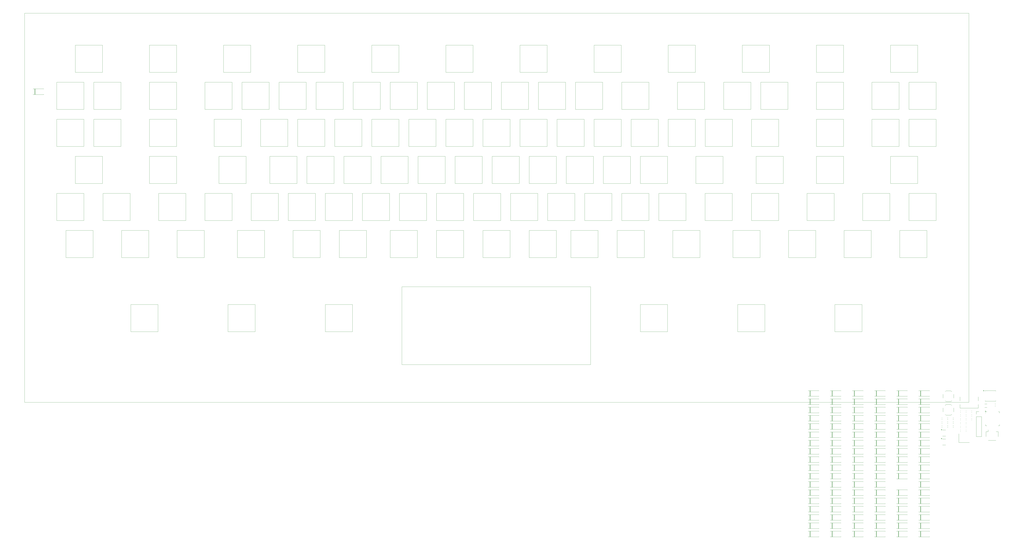
<source format=gbr>
%TF.GenerationSoftware,KiCad,Pcbnew,8.0.1-8.0.1-1~ubuntu22.04.1*%
%TF.CreationDate,2024-03-25T06:49:52+03:00*%
%TF.ProjectId,SpaceCadet,53706163-6543-4616-9465-742e6b696361,rev?*%
%TF.SameCoordinates,Original*%
%TF.FileFunction,Legend,Top*%
%TF.FilePolarity,Positive*%
%FSLAX46Y46*%
G04 Gerber Fmt 4.6, Leading zero omitted, Abs format (unit mm)*
G04 Created by KiCad (PCBNEW 8.0.1-8.0.1-1~ubuntu22.04.1) date 2024-03-25 06:49:52*
%MOMM*%
%LPD*%
G01*
G04 APERTURE LIST*
%ADD10C,0.120000*%
%TA.AperFunction,Profile*%
%ADD11C,0.100000*%
%TD*%
G04 APERTURE END LIST*
D10*
X492380000Y-228215000D02*
X492380000Y-232715000D01*
X492380000Y-232715000D02*
X497780000Y-232715000D01*
X505895000Y-206010000D02*
X505895000Y-206270000D01*
X505895000Y-211460000D02*
X505895000Y-211200000D01*
X508620000Y-206010000D02*
X505895000Y-206010000D01*
X508620000Y-206010000D02*
X511345000Y-206010000D01*
X508620000Y-211460000D02*
X505895000Y-211460000D01*
X508620000Y-211460000D02*
X511345000Y-211460000D01*
X511345000Y-206010000D02*
X511345000Y-206270000D01*
X511345000Y-211460000D02*
X511345000Y-211200000D01*
X505112500Y-206270000D02*
X504872500Y-205940000D01*
X505352500Y-205940000D01*
X505112500Y-206270000D01*
G36*
X505112500Y-206270000D02*
G01*
X504872500Y-205940000D01*
X505352500Y-205940000D01*
X505112500Y-206270000D01*
G37*
X484780000Y-230885000D02*
X483980000Y-230885000D01*
X484780000Y-230885000D02*
X485580000Y-230885000D01*
X484780000Y-234005000D02*
X483980000Y-234005000D01*
X484780000Y-234005000D02*
X485580000Y-234005000D01*
X483480000Y-230935000D02*
X483240000Y-230605000D01*
X483720000Y-230605000D01*
X483480000Y-230935000D01*
G36*
X483480000Y-230935000D02*
G01*
X483240000Y-230605000D01*
X483720000Y-230605000D01*
X483480000Y-230935000D01*
G37*
X484780000Y-226260000D02*
X483980000Y-226260000D01*
X484780000Y-226260000D02*
X485580000Y-226260000D01*
X484780000Y-229380000D02*
X483980000Y-229380000D01*
X484780000Y-229380000D02*
X485580000Y-229380000D01*
X483480000Y-226310000D02*
X483240000Y-225980000D01*
X483720000Y-225980000D01*
X483480000Y-226310000D01*
G36*
X483480000Y-226310000D02*
G01*
X483240000Y-225980000D01*
X483720000Y-225980000D01*
X483480000Y-226310000D01*
G37*
X506060000Y-217515000D02*
X506060000Y-217105000D01*
X506060000Y-224085000D02*
X506060000Y-223435000D01*
X506710000Y-216865000D02*
X506360000Y-216865000D01*
X506710000Y-224085000D02*
X506060000Y-224085000D01*
X512630000Y-216865000D02*
X513280000Y-216865000D01*
X512630000Y-224085000D02*
X513280000Y-224085000D01*
X513280000Y-216865000D02*
X513280000Y-217515000D01*
X513280000Y-224085000D02*
X513280000Y-223435000D01*
X506060000Y-216865000D02*
X505820000Y-216535000D01*
X506300000Y-216535000D01*
X506060000Y-216865000D01*
G36*
X506060000Y-216865000D02*
G01*
X505820000Y-216535000D01*
X506300000Y-216535000D01*
X506060000Y-216865000D01*
G37*
X484230000Y-214925000D02*
X484230000Y-216925000D01*
X485280000Y-213625000D02*
X485730000Y-213175000D01*
X485280000Y-218225000D02*
X485730000Y-218675000D01*
X485730000Y-213175000D02*
X488230000Y-213175000D01*
X485730000Y-218675000D02*
X488230000Y-218675000D01*
X488680000Y-213625000D02*
X488230000Y-213175000D01*
X488680000Y-218225000D02*
X488230000Y-218675000D01*
X489730000Y-214925000D02*
X489730000Y-216925000D01*
X489326359Y-224045000D02*
X489633641Y-224045000D01*
X489326359Y-224805000D02*
X489633641Y-224805000D01*
X489326359Y-222055000D02*
X489633641Y-222055000D01*
X489326359Y-222815000D02*
X489633641Y-222815000D01*
X489326359Y-220065000D02*
X489633641Y-220065000D01*
X489326359Y-220825000D02*
X489633641Y-220825000D01*
X486416359Y-224045000D02*
X486723641Y-224045000D01*
X486416359Y-224805000D02*
X486723641Y-224805000D01*
X486416359Y-222055000D02*
X486723641Y-222055000D01*
X486416359Y-222815000D02*
X486723641Y-222815000D01*
X486416359Y-220065000D02*
X486723641Y-220065000D01*
X486416359Y-220825000D02*
X486723641Y-220825000D01*
X483506359Y-224045000D02*
X483813641Y-224045000D01*
X483506359Y-224805000D02*
X483813641Y-224805000D01*
X483506359Y-222055000D02*
X483813641Y-222055000D01*
X483506359Y-222815000D02*
X483813641Y-222815000D01*
X483506359Y-220065000D02*
X483813641Y-220065000D01*
X483506359Y-220825000D02*
X483813641Y-220825000D01*
X501360000Y-216815000D02*
X502690000Y-216815000D01*
X501360000Y-218145000D02*
X501360000Y-216815000D01*
X501360000Y-219415000D02*
X501360000Y-229635000D01*
X501360000Y-219415000D02*
X504020000Y-219415000D01*
X501360000Y-229635000D02*
X504020000Y-229635000D01*
X504020000Y-219415000D02*
X504020000Y-229635000D01*
X506330000Y-227150000D02*
X507380000Y-227150000D01*
X506330000Y-229650000D02*
X506330000Y-227150000D01*
X507380000Y-227150000D02*
X507380000Y-226160000D01*
X507500000Y-231620000D02*
X511380000Y-231620000D01*
X512550000Y-227150000D02*
X511500000Y-227150000D01*
X512550000Y-229650000D02*
X512550000Y-227150000D01*
X492900000Y-209245000D02*
X492900000Y-211245000D01*
X492900000Y-213145000D02*
X492900000Y-215045000D01*
X492900000Y-215045000D02*
X502300000Y-215045000D01*
X502300000Y-209245000D02*
X502300000Y-211245000D01*
X502300000Y-213145000D02*
X502300000Y-215045000D01*
X505647936Y-212855000D02*
X506852064Y-212855000D01*
X505647936Y-214675000D02*
X506852064Y-214675000D01*
X471800000Y-278255000D02*
X477240000Y-278255000D01*
X471800000Y-278385000D02*
X471800000Y-278255000D01*
X471800000Y-281065000D02*
X471800000Y-281195000D01*
X471800000Y-281195000D02*
X477240000Y-281195000D01*
X472580000Y-278255000D02*
X472580000Y-281195000D01*
X472700000Y-278255000D02*
X472700000Y-281195000D01*
X472820000Y-278255000D02*
X472820000Y-281195000D01*
X477240000Y-278255000D02*
X477240000Y-278385000D01*
X477240000Y-281195000D02*
X477240000Y-281065000D01*
X471800000Y-274005000D02*
X477240000Y-274005000D01*
X471800000Y-274135000D02*
X471800000Y-274005000D01*
X471800000Y-276815000D02*
X471800000Y-276945000D01*
X471800000Y-276945000D02*
X477240000Y-276945000D01*
X472580000Y-274005000D02*
X472580000Y-276945000D01*
X472700000Y-274005000D02*
X472700000Y-276945000D01*
X472820000Y-274005000D02*
X472820000Y-276945000D01*
X477240000Y-274005000D02*
X477240000Y-274135000D01*
X477240000Y-276945000D02*
X477240000Y-276815000D01*
X471800000Y-269755000D02*
X477240000Y-269755000D01*
X471800000Y-269885000D02*
X471800000Y-269755000D01*
X471800000Y-272565000D02*
X471800000Y-272695000D01*
X471800000Y-272695000D02*
X477240000Y-272695000D01*
X472580000Y-269755000D02*
X472580000Y-272695000D01*
X472700000Y-269755000D02*
X472700000Y-272695000D01*
X472820000Y-269755000D02*
X472820000Y-272695000D01*
X477240000Y-269755000D02*
X477240000Y-269885000D01*
X477240000Y-272695000D02*
X477240000Y-272565000D01*
X471800000Y-265505000D02*
X477240000Y-265505000D01*
X471800000Y-265635000D02*
X471800000Y-265505000D01*
X471800000Y-268315000D02*
X471800000Y-268445000D01*
X471800000Y-268445000D02*
X477240000Y-268445000D01*
X472580000Y-265505000D02*
X472580000Y-268445000D01*
X472700000Y-265505000D02*
X472700000Y-268445000D01*
X472820000Y-265505000D02*
X472820000Y-268445000D01*
X477240000Y-265505000D02*
X477240000Y-265635000D01*
X477240000Y-268445000D02*
X477240000Y-268315000D01*
X471800000Y-261255000D02*
X477240000Y-261255000D01*
X471800000Y-261385000D02*
X471800000Y-261255000D01*
X471800000Y-264065000D02*
X471800000Y-264195000D01*
X471800000Y-264195000D02*
X477240000Y-264195000D01*
X472580000Y-261255000D02*
X472580000Y-264195000D01*
X472700000Y-261255000D02*
X472700000Y-264195000D01*
X472820000Y-261255000D02*
X472820000Y-264195000D01*
X477240000Y-261255000D02*
X477240000Y-261385000D01*
X477240000Y-264195000D02*
X477240000Y-264065000D01*
X471800000Y-257005000D02*
X477240000Y-257005000D01*
X471800000Y-257135000D02*
X471800000Y-257005000D01*
X471800000Y-259815000D02*
X471800000Y-259945000D01*
X471800000Y-259945000D02*
X477240000Y-259945000D01*
X472580000Y-257005000D02*
X472580000Y-259945000D01*
X472700000Y-257005000D02*
X472700000Y-259945000D01*
X472820000Y-257005000D02*
X472820000Y-259945000D01*
X477240000Y-257005000D02*
X477240000Y-257135000D01*
X477240000Y-259945000D02*
X477240000Y-259815000D01*
X471800000Y-252755000D02*
X477240000Y-252755000D01*
X471800000Y-252885000D02*
X471800000Y-252755000D01*
X471800000Y-255565000D02*
X471800000Y-255695000D01*
X471800000Y-255695000D02*
X477240000Y-255695000D01*
X472580000Y-252755000D02*
X472580000Y-255695000D01*
X472700000Y-252755000D02*
X472700000Y-255695000D01*
X472820000Y-252755000D02*
X472820000Y-255695000D01*
X477240000Y-252755000D02*
X477240000Y-252885000D01*
X477240000Y-255695000D02*
X477240000Y-255565000D01*
X471800000Y-248505000D02*
X477240000Y-248505000D01*
X471800000Y-248635000D02*
X471800000Y-248505000D01*
X471800000Y-251315000D02*
X471800000Y-251445000D01*
X471800000Y-251445000D02*
X477240000Y-251445000D01*
X472580000Y-248505000D02*
X472580000Y-251445000D01*
X472700000Y-248505000D02*
X472700000Y-251445000D01*
X472820000Y-248505000D02*
X472820000Y-251445000D01*
X477240000Y-248505000D02*
X477240000Y-248635000D01*
X477240000Y-251445000D02*
X477240000Y-251315000D01*
X471800000Y-244255000D02*
X477240000Y-244255000D01*
X471800000Y-244385000D02*
X471800000Y-244255000D01*
X471800000Y-247065000D02*
X471800000Y-247195000D01*
X471800000Y-247195000D02*
X477240000Y-247195000D01*
X472580000Y-244255000D02*
X472580000Y-247195000D01*
X472700000Y-244255000D02*
X472700000Y-247195000D01*
X472820000Y-244255000D02*
X472820000Y-247195000D01*
X477240000Y-244255000D02*
X477240000Y-244385000D01*
X477240000Y-247195000D02*
X477240000Y-247065000D01*
X471800000Y-240005000D02*
X477240000Y-240005000D01*
X471800000Y-240135000D02*
X471800000Y-240005000D01*
X471800000Y-242815000D02*
X471800000Y-242945000D01*
X471800000Y-242945000D02*
X477240000Y-242945000D01*
X472580000Y-240005000D02*
X472580000Y-242945000D01*
X472700000Y-240005000D02*
X472700000Y-242945000D01*
X472820000Y-240005000D02*
X472820000Y-242945000D01*
X477240000Y-240005000D02*
X477240000Y-240135000D01*
X477240000Y-242945000D02*
X477240000Y-242815000D01*
X471800000Y-235755000D02*
X477240000Y-235755000D01*
X471800000Y-235885000D02*
X471800000Y-235755000D01*
X471800000Y-238565000D02*
X471800000Y-238695000D01*
X471800000Y-238695000D02*
X477240000Y-238695000D01*
X472580000Y-235755000D02*
X472580000Y-238695000D01*
X472700000Y-235755000D02*
X472700000Y-238695000D01*
X472820000Y-235755000D02*
X472820000Y-238695000D01*
X477240000Y-235755000D02*
X477240000Y-235885000D01*
X477240000Y-238695000D02*
X477240000Y-238565000D01*
X471800000Y-231505000D02*
X477240000Y-231505000D01*
X471800000Y-231635000D02*
X471800000Y-231505000D01*
X471800000Y-234315000D02*
X471800000Y-234445000D01*
X471800000Y-234445000D02*
X477240000Y-234445000D01*
X472580000Y-231505000D02*
X472580000Y-234445000D01*
X472700000Y-231505000D02*
X472700000Y-234445000D01*
X472820000Y-231505000D02*
X472820000Y-234445000D01*
X477240000Y-231505000D02*
X477240000Y-231635000D01*
X477240000Y-234445000D02*
X477240000Y-234315000D01*
X471800000Y-227255000D02*
X477240000Y-227255000D01*
X471800000Y-227385000D02*
X471800000Y-227255000D01*
X471800000Y-230065000D02*
X471800000Y-230195000D01*
X471800000Y-230195000D02*
X477240000Y-230195000D01*
X472580000Y-227255000D02*
X472580000Y-230195000D01*
X472700000Y-227255000D02*
X472700000Y-230195000D01*
X472820000Y-227255000D02*
X472820000Y-230195000D01*
X477240000Y-227255000D02*
X477240000Y-227385000D01*
X477240000Y-230195000D02*
X477240000Y-230065000D01*
X471800000Y-223005000D02*
X477240000Y-223005000D01*
X471800000Y-223135000D02*
X471800000Y-223005000D01*
X471800000Y-225815000D02*
X471800000Y-225945000D01*
X471800000Y-225945000D02*
X477240000Y-225945000D01*
X472580000Y-223005000D02*
X472580000Y-225945000D01*
X472700000Y-223005000D02*
X472700000Y-225945000D01*
X472820000Y-223005000D02*
X472820000Y-225945000D01*
X477240000Y-223005000D02*
X477240000Y-223135000D01*
X477240000Y-225945000D02*
X477240000Y-225815000D01*
X471800000Y-218755000D02*
X477240000Y-218755000D01*
X471800000Y-218885000D02*
X471800000Y-218755000D01*
X471800000Y-221565000D02*
X471800000Y-221695000D01*
X471800000Y-221695000D02*
X477240000Y-221695000D01*
X472580000Y-218755000D02*
X472580000Y-221695000D01*
X472700000Y-218755000D02*
X472700000Y-221695000D01*
X472820000Y-218755000D02*
X472820000Y-221695000D01*
X477240000Y-218755000D02*
X477240000Y-218885000D01*
X477240000Y-221695000D02*
X477240000Y-221565000D01*
X471800000Y-214505000D02*
X477240000Y-214505000D01*
X471800000Y-214635000D02*
X471800000Y-214505000D01*
X471800000Y-217315000D02*
X471800000Y-217445000D01*
X471800000Y-217445000D02*
X477240000Y-217445000D01*
X472580000Y-214505000D02*
X472580000Y-217445000D01*
X472700000Y-214505000D02*
X472700000Y-217445000D01*
X472820000Y-214505000D02*
X472820000Y-217445000D01*
X477240000Y-214505000D02*
X477240000Y-214635000D01*
X477240000Y-217445000D02*
X477240000Y-217315000D01*
X471800000Y-210255000D02*
X477240000Y-210255000D01*
X471800000Y-210385000D02*
X471800000Y-210255000D01*
X471800000Y-213065000D02*
X471800000Y-213195000D01*
X471800000Y-213195000D02*
X477240000Y-213195000D01*
X472580000Y-210255000D02*
X472580000Y-213195000D01*
X472700000Y-210255000D02*
X472700000Y-213195000D01*
X472820000Y-210255000D02*
X472820000Y-213195000D01*
X477240000Y-210255000D02*
X477240000Y-210385000D01*
X477240000Y-213195000D02*
X477240000Y-213065000D01*
X471800000Y-206005000D02*
X477240000Y-206005000D01*
X471800000Y-206135000D02*
X471800000Y-206005000D01*
X471800000Y-208815000D02*
X471800000Y-208945000D01*
X471800000Y-208945000D02*
X477240000Y-208945000D01*
X472580000Y-206005000D02*
X472580000Y-208945000D01*
X472700000Y-206005000D02*
X472700000Y-208945000D01*
X472820000Y-206005000D02*
X472820000Y-208945000D01*
X477240000Y-206005000D02*
X477240000Y-206135000D01*
X477240000Y-208945000D02*
X477240000Y-208815000D01*
X460430000Y-278255000D02*
X465870000Y-278255000D01*
X460430000Y-278385000D02*
X460430000Y-278255000D01*
X460430000Y-281065000D02*
X460430000Y-281195000D01*
X460430000Y-281195000D02*
X465870000Y-281195000D01*
X461210000Y-278255000D02*
X461210000Y-281195000D01*
X461330000Y-278255000D02*
X461330000Y-281195000D01*
X461450000Y-278255000D02*
X461450000Y-281195000D01*
X465870000Y-278255000D02*
X465870000Y-278385000D01*
X465870000Y-281195000D02*
X465870000Y-281065000D01*
X460430000Y-274005000D02*
X465870000Y-274005000D01*
X460430000Y-274135000D02*
X460430000Y-274005000D01*
X460430000Y-276815000D02*
X460430000Y-276945000D01*
X460430000Y-276945000D02*
X465870000Y-276945000D01*
X461210000Y-274005000D02*
X461210000Y-276945000D01*
X461330000Y-274005000D02*
X461330000Y-276945000D01*
X461450000Y-274005000D02*
X461450000Y-276945000D01*
X465870000Y-274005000D02*
X465870000Y-274135000D01*
X465870000Y-276945000D02*
X465870000Y-276815000D01*
X460430000Y-269755000D02*
X465870000Y-269755000D01*
X460430000Y-269885000D02*
X460430000Y-269755000D01*
X460430000Y-272565000D02*
X460430000Y-272695000D01*
X460430000Y-272695000D02*
X465870000Y-272695000D01*
X461210000Y-269755000D02*
X461210000Y-272695000D01*
X461330000Y-269755000D02*
X461330000Y-272695000D01*
X461450000Y-269755000D02*
X461450000Y-272695000D01*
X465870000Y-269755000D02*
X465870000Y-269885000D01*
X465870000Y-272695000D02*
X465870000Y-272565000D01*
X460430000Y-265505000D02*
X465870000Y-265505000D01*
X460430000Y-265635000D02*
X460430000Y-265505000D01*
X460430000Y-268315000D02*
X460430000Y-268445000D01*
X460430000Y-268445000D02*
X465870000Y-268445000D01*
X461210000Y-265505000D02*
X461210000Y-268445000D01*
X461330000Y-265505000D02*
X461330000Y-268445000D01*
X461450000Y-265505000D02*
X461450000Y-268445000D01*
X465870000Y-265505000D02*
X465870000Y-265635000D01*
X465870000Y-268445000D02*
X465870000Y-268315000D01*
X460430000Y-261255000D02*
X465870000Y-261255000D01*
X460430000Y-261385000D02*
X460430000Y-261255000D01*
X460430000Y-264065000D02*
X460430000Y-264195000D01*
X460430000Y-264195000D02*
X465870000Y-264195000D01*
X461210000Y-261255000D02*
X461210000Y-264195000D01*
X461330000Y-261255000D02*
X461330000Y-264195000D01*
X461450000Y-261255000D02*
X461450000Y-264195000D01*
X465870000Y-261255000D02*
X465870000Y-261385000D01*
X465870000Y-264195000D02*
X465870000Y-264065000D01*
X460430000Y-257005000D02*
X465870000Y-257005000D01*
X460430000Y-257135000D02*
X460430000Y-257005000D01*
X460430000Y-259815000D02*
X460430000Y-259945000D01*
X460430000Y-259945000D02*
X465870000Y-259945000D01*
X461210000Y-257005000D02*
X461210000Y-259945000D01*
X461330000Y-257005000D02*
X461330000Y-259945000D01*
X461450000Y-257005000D02*
X461450000Y-259945000D01*
X465870000Y-257005000D02*
X465870000Y-257135000D01*
X465870000Y-259945000D02*
X465870000Y-259815000D01*
X16440000Y-50820000D02*
X21880000Y-50820000D01*
X16440000Y-50950000D02*
X16440000Y-50820000D01*
X16440000Y-53630000D02*
X16440000Y-53760000D01*
X16440000Y-53760000D02*
X21880000Y-53760000D01*
X17220000Y-50820000D02*
X17220000Y-53760000D01*
X17340000Y-50820000D02*
X17340000Y-53760000D01*
X17460000Y-50820000D02*
X17460000Y-53760000D01*
X21880000Y-50820000D02*
X21880000Y-50950000D01*
X21880000Y-53760000D02*
X21880000Y-53630000D01*
X460430000Y-248505000D02*
X465870000Y-248505000D01*
X460430000Y-248635000D02*
X460430000Y-248505000D01*
X460430000Y-251315000D02*
X460430000Y-251445000D01*
X460430000Y-251445000D02*
X465870000Y-251445000D01*
X461210000Y-248505000D02*
X461210000Y-251445000D01*
X461330000Y-248505000D02*
X461330000Y-251445000D01*
X461450000Y-248505000D02*
X461450000Y-251445000D01*
X465870000Y-248505000D02*
X465870000Y-248635000D01*
X465870000Y-251445000D02*
X465870000Y-251315000D01*
X460430000Y-244255000D02*
X465870000Y-244255000D01*
X460430000Y-244385000D02*
X460430000Y-244255000D01*
X460430000Y-247065000D02*
X460430000Y-247195000D01*
X460430000Y-247195000D02*
X465870000Y-247195000D01*
X461210000Y-244255000D02*
X461210000Y-247195000D01*
X461330000Y-244255000D02*
X461330000Y-247195000D01*
X461450000Y-244255000D02*
X461450000Y-247195000D01*
X465870000Y-244255000D02*
X465870000Y-244385000D01*
X465870000Y-247195000D02*
X465870000Y-247065000D01*
X460430000Y-240005000D02*
X465870000Y-240005000D01*
X460430000Y-240135000D02*
X460430000Y-240005000D01*
X460430000Y-242815000D02*
X460430000Y-242945000D01*
X460430000Y-242945000D02*
X465870000Y-242945000D01*
X461210000Y-240005000D02*
X461210000Y-242945000D01*
X461330000Y-240005000D02*
X461330000Y-242945000D01*
X461450000Y-240005000D02*
X461450000Y-242945000D01*
X465870000Y-240005000D02*
X465870000Y-240135000D01*
X465870000Y-242945000D02*
X465870000Y-242815000D01*
X460430000Y-235755000D02*
X465870000Y-235755000D01*
X460430000Y-235885000D02*
X460430000Y-235755000D01*
X460430000Y-238565000D02*
X460430000Y-238695000D01*
X460430000Y-238695000D02*
X465870000Y-238695000D01*
X461210000Y-235755000D02*
X461210000Y-238695000D01*
X461330000Y-235755000D02*
X461330000Y-238695000D01*
X461450000Y-235755000D02*
X461450000Y-238695000D01*
X465870000Y-235755000D02*
X465870000Y-235885000D01*
X465870000Y-238695000D02*
X465870000Y-238565000D01*
X460430000Y-231505000D02*
X465870000Y-231505000D01*
X460430000Y-231635000D02*
X460430000Y-231505000D01*
X460430000Y-234315000D02*
X460430000Y-234445000D01*
X460430000Y-234445000D02*
X465870000Y-234445000D01*
X461210000Y-231505000D02*
X461210000Y-234445000D01*
X461330000Y-231505000D02*
X461330000Y-234445000D01*
X461450000Y-231505000D02*
X461450000Y-234445000D01*
X465870000Y-231505000D02*
X465870000Y-231635000D01*
X465870000Y-234445000D02*
X465870000Y-234315000D01*
X460430000Y-227255000D02*
X465870000Y-227255000D01*
X460430000Y-227385000D02*
X460430000Y-227255000D01*
X460430000Y-230065000D02*
X460430000Y-230195000D01*
X460430000Y-230195000D02*
X465870000Y-230195000D01*
X461210000Y-227255000D02*
X461210000Y-230195000D01*
X461330000Y-227255000D02*
X461330000Y-230195000D01*
X461450000Y-227255000D02*
X461450000Y-230195000D01*
X465870000Y-227255000D02*
X465870000Y-227385000D01*
X465870000Y-230195000D02*
X465870000Y-230065000D01*
X460430000Y-223005000D02*
X465870000Y-223005000D01*
X460430000Y-223135000D02*
X460430000Y-223005000D01*
X460430000Y-225815000D02*
X460430000Y-225945000D01*
X460430000Y-225945000D02*
X465870000Y-225945000D01*
X461210000Y-223005000D02*
X461210000Y-225945000D01*
X461330000Y-223005000D02*
X461330000Y-225945000D01*
X461450000Y-223005000D02*
X461450000Y-225945000D01*
X465870000Y-223005000D02*
X465870000Y-223135000D01*
X465870000Y-225945000D02*
X465870000Y-225815000D01*
X460430000Y-218755000D02*
X465870000Y-218755000D01*
X460430000Y-218885000D02*
X460430000Y-218755000D01*
X460430000Y-221565000D02*
X460430000Y-221695000D01*
X460430000Y-221695000D02*
X465870000Y-221695000D01*
X461210000Y-218755000D02*
X461210000Y-221695000D01*
X461330000Y-218755000D02*
X461330000Y-221695000D01*
X461450000Y-218755000D02*
X461450000Y-221695000D01*
X465870000Y-218755000D02*
X465870000Y-218885000D01*
X465870000Y-221695000D02*
X465870000Y-221565000D01*
X460430000Y-214505000D02*
X465870000Y-214505000D01*
X460430000Y-214635000D02*
X460430000Y-214505000D01*
X460430000Y-217315000D02*
X460430000Y-217445000D01*
X460430000Y-217445000D02*
X465870000Y-217445000D01*
X461210000Y-214505000D02*
X461210000Y-217445000D01*
X461330000Y-214505000D02*
X461330000Y-217445000D01*
X461450000Y-214505000D02*
X461450000Y-217445000D01*
X465870000Y-214505000D02*
X465870000Y-214635000D01*
X465870000Y-217445000D02*
X465870000Y-217315000D01*
X460430000Y-210255000D02*
X465870000Y-210255000D01*
X460430000Y-210385000D02*
X460430000Y-210255000D01*
X460430000Y-213065000D02*
X460430000Y-213195000D01*
X460430000Y-213195000D02*
X465870000Y-213195000D01*
X461210000Y-210255000D02*
X461210000Y-213195000D01*
X461330000Y-210255000D02*
X461330000Y-213195000D01*
X461450000Y-210255000D02*
X461450000Y-213195000D01*
X465870000Y-210255000D02*
X465870000Y-210385000D01*
X465870000Y-213195000D02*
X465870000Y-213065000D01*
X460430000Y-206005000D02*
X465870000Y-206005000D01*
X460430000Y-206135000D02*
X460430000Y-206005000D01*
X460430000Y-208815000D02*
X460430000Y-208945000D01*
X460430000Y-208945000D02*
X465870000Y-208945000D01*
X461210000Y-206005000D02*
X461210000Y-208945000D01*
X461330000Y-206005000D02*
X461330000Y-208945000D01*
X461450000Y-206005000D02*
X461450000Y-208945000D01*
X465870000Y-206005000D02*
X465870000Y-206135000D01*
X465870000Y-208945000D02*
X465870000Y-208815000D01*
X449060000Y-278255000D02*
X454500000Y-278255000D01*
X449060000Y-278385000D02*
X449060000Y-278255000D01*
X449060000Y-281065000D02*
X449060000Y-281195000D01*
X449060000Y-281195000D02*
X454500000Y-281195000D01*
X449840000Y-278255000D02*
X449840000Y-281195000D01*
X449960000Y-278255000D02*
X449960000Y-281195000D01*
X450080000Y-278255000D02*
X450080000Y-281195000D01*
X454500000Y-278255000D02*
X454500000Y-278385000D01*
X454500000Y-281195000D02*
X454500000Y-281065000D01*
X449060000Y-274005000D02*
X454500000Y-274005000D01*
X449060000Y-274135000D02*
X449060000Y-274005000D01*
X449060000Y-276815000D02*
X449060000Y-276945000D01*
X449060000Y-276945000D02*
X454500000Y-276945000D01*
X449840000Y-274005000D02*
X449840000Y-276945000D01*
X449960000Y-274005000D02*
X449960000Y-276945000D01*
X450080000Y-274005000D02*
X450080000Y-276945000D01*
X454500000Y-274005000D02*
X454500000Y-274135000D01*
X454500000Y-276945000D02*
X454500000Y-276815000D01*
X449060000Y-269755000D02*
X454500000Y-269755000D01*
X449060000Y-269885000D02*
X449060000Y-269755000D01*
X449060000Y-272565000D02*
X449060000Y-272695000D01*
X449060000Y-272695000D02*
X454500000Y-272695000D01*
X449840000Y-269755000D02*
X449840000Y-272695000D01*
X449960000Y-269755000D02*
X449960000Y-272695000D01*
X450080000Y-269755000D02*
X450080000Y-272695000D01*
X454500000Y-269755000D02*
X454500000Y-269885000D01*
X454500000Y-272695000D02*
X454500000Y-272565000D01*
X449060000Y-265505000D02*
X454500000Y-265505000D01*
X449060000Y-265635000D02*
X449060000Y-265505000D01*
X449060000Y-268315000D02*
X449060000Y-268445000D01*
X449060000Y-268445000D02*
X454500000Y-268445000D01*
X449840000Y-265505000D02*
X449840000Y-268445000D01*
X449960000Y-265505000D02*
X449960000Y-268445000D01*
X450080000Y-265505000D02*
X450080000Y-268445000D01*
X454500000Y-265505000D02*
X454500000Y-265635000D01*
X454500000Y-268445000D02*
X454500000Y-268315000D01*
X449060000Y-261255000D02*
X454500000Y-261255000D01*
X449060000Y-261385000D02*
X449060000Y-261255000D01*
X449060000Y-264065000D02*
X449060000Y-264195000D01*
X449060000Y-264195000D02*
X454500000Y-264195000D01*
X449840000Y-261255000D02*
X449840000Y-264195000D01*
X449960000Y-261255000D02*
X449960000Y-264195000D01*
X450080000Y-261255000D02*
X450080000Y-264195000D01*
X454500000Y-261255000D02*
X454500000Y-261385000D01*
X454500000Y-264195000D02*
X454500000Y-264065000D01*
X449060000Y-257005000D02*
X454500000Y-257005000D01*
X449060000Y-257135000D02*
X449060000Y-257005000D01*
X449060000Y-259815000D02*
X449060000Y-259945000D01*
X449060000Y-259945000D02*
X454500000Y-259945000D01*
X449840000Y-257005000D02*
X449840000Y-259945000D01*
X449960000Y-257005000D02*
X449960000Y-259945000D01*
X450080000Y-257005000D02*
X450080000Y-259945000D01*
X454500000Y-257005000D02*
X454500000Y-257135000D01*
X454500000Y-259945000D02*
X454500000Y-259815000D01*
X449060000Y-252755000D02*
X454500000Y-252755000D01*
X449060000Y-252885000D02*
X449060000Y-252755000D01*
X449060000Y-255565000D02*
X449060000Y-255695000D01*
X449060000Y-255695000D02*
X454500000Y-255695000D01*
X449840000Y-252755000D02*
X449840000Y-255695000D01*
X449960000Y-252755000D02*
X449960000Y-255695000D01*
X450080000Y-252755000D02*
X450080000Y-255695000D01*
X454500000Y-252755000D02*
X454500000Y-252885000D01*
X454500000Y-255695000D02*
X454500000Y-255565000D01*
X449060000Y-248505000D02*
X454500000Y-248505000D01*
X449060000Y-248635000D02*
X449060000Y-248505000D01*
X449060000Y-251315000D02*
X449060000Y-251445000D01*
X449060000Y-251445000D02*
X454500000Y-251445000D01*
X449840000Y-248505000D02*
X449840000Y-251445000D01*
X449960000Y-248505000D02*
X449960000Y-251445000D01*
X450080000Y-248505000D02*
X450080000Y-251445000D01*
X454500000Y-248505000D02*
X454500000Y-248635000D01*
X454500000Y-251445000D02*
X454500000Y-251315000D01*
X449060000Y-244255000D02*
X454500000Y-244255000D01*
X449060000Y-244385000D02*
X449060000Y-244255000D01*
X449060000Y-247065000D02*
X449060000Y-247195000D01*
X449060000Y-247195000D02*
X454500000Y-247195000D01*
X449840000Y-244255000D02*
X449840000Y-247195000D01*
X449960000Y-244255000D02*
X449960000Y-247195000D01*
X450080000Y-244255000D02*
X450080000Y-247195000D01*
X454500000Y-244255000D02*
X454500000Y-244385000D01*
X454500000Y-247195000D02*
X454500000Y-247065000D01*
X449060000Y-240005000D02*
X454500000Y-240005000D01*
X449060000Y-240135000D02*
X449060000Y-240005000D01*
X449060000Y-242815000D02*
X449060000Y-242945000D01*
X449060000Y-242945000D02*
X454500000Y-242945000D01*
X449840000Y-240005000D02*
X449840000Y-242945000D01*
X449960000Y-240005000D02*
X449960000Y-242945000D01*
X450080000Y-240005000D02*
X450080000Y-242945000D01*
X454500000Y-240005000D02*
X454500000Y-240135000D01*
X454500000Y-242945000D02*
X454500000Y-242815000D01*
X449060000Y-235755000D02*
X454500000Y-235755000D01*
X449060000Y-235885000D02*
X449060000Y-235755000D01*
X449060000Y-238565000D02*
X449060000Y-238695000D01*
X449060000Y-238695000D02*
X454500000Y-238695000D01*
X449840000Y-235755000D02*
X449840000Y-238695000D01*
X449960000Y-235755000D02*
X449960000Y-238695000D01*
X450080000Y-235755000D02*
X450080000Y-238695000D01*
X454500000Y-235755000D02*
X454500000Y-235885000D01*
X454500000Y-238695000D02*
X454500000Y-238565000D01*
X449060000Y-231505000D02*
X454500000Y-231505000D01*
X449060000Y-231635000D02*
X449060000Y-231505000D01*
X449060000Y-234315000D02*
X449060000Y-234445000D01*
X449060000Y-234445000D02*
X454500000Y-234445000D01*
X449840000Y-231505000D02*
X449840000Y-234445000D01*
X449960000Y-231505000D02*
X449960000Y-234445000D01*
X450080000Y-231505000D02*
X450080000Y-234445000D01*
X454500000Y-231505000D02*
X454500000Y-231635000D01*
X454500000Y-234445000D02*
X454500000Y-234315000D01*
X449060000Y-227255000D02*
X454500000Y-227255000D01*
X449060000Y-227385000D02*
X449060000Y-227255000D01*
X449060000Y-230065000D02*
X449060000Y-230195000D01*
X449060000Y-230195000D02*
X454500000Y-230195000D01*
X449840000Y-227255000D02*
X449840000Y-230195000D01*
X449960000Y-227255000D02*
X449960000Y-230195000D01*
X450080000Y-227255000D02*
X450080000Y-230195000D01*
X454500000Y-227255000D02*
X454500000Y-227385000D01*
X454500000Y-230195000D02*
X454500000Y-230065000D01*
X449060000Y-223005000D02*
X454500000Y-223005000D01*
X449060000Y-223135000D02*
X449060000Y-223005000D01*
X449060000Y-225815000D02*
X449060000Y-225945000D01*
X449060000Y-225945000D02*
X454500000Y-225945000D01*
X449840000Y-223005000D02*
X449840000Y-225945000D01*
X449960000Y-223005000D02*
X449960000Y-225945000D01*
X450080000Y-223005000D02*
X450080000Y-225945000D01*
X454500000Y-223005000D02*
X454500000Y-223135000D01*
X454500000Y-225945000D02*
X454500000Y-225815000D01*
X449060000Y-218755000D02*
X454500000Y-218755000D01*
X449060000Y-218885000D02*
X449060000Y-218755000D01*
X449060000Y-221565000D02*
X449060000Y-221695000D01*
X449060000Y-221695000D02*
X454500000Y-221695000D01*
X449840000Y-218755000D02*
X449840000Y-221695000D01*
X449960000Y-218755000D02*
X449960000Y-221695000D01*
X450080000Y-218755000D02*
X450080000Y-221695000D01*
X454500000Y-218755000D02*
X454500000Y-218885000D01*
X454500000Y-221695000D02*
X454500000Y-221565000D01*
X449060000Y-214505000D02*
X454500000Y-214505000D01*
X449060000Y-214635000D02*
X449060000Y-214505000D01*
X449060000Y-217315000D02*
X449060000Y-217445000D01*
X449060000Y-217445000D02*
X454500000Y-217445000D01*
X449840000Y-214505000D02*
X449840000Y-217445000D01*
X449960000Y-214505000D02*
X449960000Y-217445000D01*
X450080000Y-214505000D02*
X450080000Y-217445000D01*
X454500000Y-214505000D02*
X454500000Y-214635000D01*
X454500000Y-217445000D02*
X454500000Y-217315000D01*
X449060000Y-210255000D02*
X454500000Y-210255000D01*
X449060000Y-210385000D02*
X449060000Y-210255000D01*
X449060000Y-213065000D02*
X449060000Y-213195000D01*
X449060000Y-213195000D02*
X454500000Y-213195000D01*
X449840000Y-210255000D02*
X449840000Y-213195000D01*
X449960000Y-210255000D02*
X449960000Y-213195000D01*
X450080000Y-210255000D02*
X450080000Y-213195000D01*
X454500000Y-210255000D02*
X454500000Y-210385000D01*
X454500000Y-213195000D02*
X454500000Y-213065000D01*
X449060000Y-206005000D02*
X454500000Y-206005000D01*
X449060000Y-206135000D02*
X449060000Y-206005000D01*
X449060000Y-208815000D02*
X449060000Y-208945000D01*
X449060000Y-208945000D02*
X454500000Y-208945000D01*
X449840000Y-206005000D02*
X449840000Y-208945000D01*
X449960000Y-206005000D02*
X449960000Y-208945000D01*
X450080000Y-206005000D02*
X450080000Y-208945000D01*
X454500000Y-206005000D02*
X454500000Y-206135000D01*
X454500000Y-208945000D02*
X454500000Y-208815000D01*
X437690000Y-278255000D02*
X443130000Y-278255000D01*
X437690000Y-278385000D02*
X437690000Y-278255000D01*
X437690000Y-281065000D02*
X437690000Y-281195000D01*
X437690000Y-281195000D02*
X443130000Y-281195000D01*
X438470000Y-278255000D02*
X438470000Y-281195000D01*
X438590000Y-278255000D02*
X438590000Y-281195000D01*
X438710000Y-278255000D02*
X438710000Y-281195000D01*
X443130000Y-278255000D02*
X443130000Y-278385000D01*
X443130000Y-281195000D02*
X443130000Y-281065000D01*
X437690000Y-274005000D02*
X443130000Y-274005000D01*
X437690000Y-274135000D02*
X437690000Y-274005000D01*
X437690000Y-276815000D02*
X437690000Y-276945000D01*
X437690000Y-276945000D02*
X443130000Y-276945000D01*
X438470000Y-274005000D02*
X438470000Y-276945000D01*
X438590000Y-274005000D02*
X438590000Y-276945000D01*
X438710000Y-274005000D02*
X438710000Y-276945000D01*
X443130000Y-274005000D02*
X443130000Y-274135000D01*
X443130000Y-276945000D02*
X443130000Y-276815000D01*
X437690000Y-269755000D02*
X443130000Y-269755000D01*
X437690000Y-269885000D02*
X437690000Y-269755000D01*
X437690000Y-272565000D02*
X437690000Y-272695000D01*
X437690000Y-272695000D02*
X443130000Y-272695000D01*
X438470000Y-269755000D02*
X438470000Y-272695000D01*
X438590000Y-269755000D02*
X438590000Y-272695000D01*
X438710000Y-269755000D02*
X438710000Y-272695000D01*
X443130000Y-269755000D02*
X443130000Y-269885000D01*
X443130000Y-272695000D02*
X443130000Y-272565000D01*
X437690000Y-265505000D02*
X443130000Y-265505000D01*
X437690000Y-265635000D02*
X437690000Y-265505000D01*
X437690000Y-268315000D02*
X437690000Y-268445000D01*
X437690000Y-268445000D02*
X443130000Y-268445000D01*
X438470000Y-265505000D02*
X438470000Y-268445000D01*
X438590000Y-265505000D02*
X438590000Y-268445000D01*
X438710000Y-265505000D02*
X438710000Y-268445000D01*
X443130000Y-265505000D02*
X443130000Y-265635000D01*
X443130000Y-268445000D02*
X443130000Y-268315000D01*
X437690000Y-261255000D02*
X443130000Y-261255000D01*
X437690000Y-261385000D02*
X437690000Y-261255000D01*
X437690000Y-264065000D02*
X437690000Y-264195000D01*
X437690000Y-264195000D02*
X443130000Y-264195000D01*
X438470000Y-261255000D02*
X438470000Y-264195000D01*
X438590000Y-261255000D02*
X438590000Y-264195000D01*
X438710000Y-261255000D02*
X438710000Y-264195000D01*
X443130000Y-261255000D02*
X443130000Y-261385000D01*
X443130000Y-264195000D02*
X443130000Y-264065000D01*
X437690000Y-257005000D02*
X443130000Y-257005000D01*
X437690000Y-257135000D02*
X437690000Y-257005000D01*
X437690000Y-259815000D02*
X437690000Y-259945000D01*
X437690000Y-259945000D02*
X443130000Y-259945000D01*
X438470000Y-257005000D02*
X438470000Y-259945000D01*
X438590000Y-257005000D02*
X438590000Y-259945000D01*
X438710000Y-257005000D02*
X438710000Y-259945000D01*
X443130000Y-257005000D02*
X443130000Y-257135000D01*
X443130000Y-259945000D02*
X443130000Y-259815000D01*
X437690000Y-252755000D02*
X443130000Y-252755000D01*
X437690000Y-252885000D02*
X437690000Y-252755000D01*
X437690000Y-255565000D02*
X437690000Y-255695000D01*
X437690000Y-255695000D02*
X443130000Y-255695000D01*
X438470000Y-252755000D02*
X438470000Y-255695000D01*
X438590000Y-252755000D02*
X438590000Y-255695000D01*
X438710000Y-252755000D02*
X438710000Y-255695000D01*
X443130000Y-252755000D02*
X443130000Y-252885000D01*
X443130000Y-255695000D02*
X443130000Y-255565000D01*
X437690000Y-248505000D02*
X443130000Y-248505000D01*
X437690000Y-248635000D02*
X437690000Y-248505000D01*
X437690000Y-251315000D02*
X437690000Y-251445000D01*
X437690000Y-251445000D02*
X443130000Y-251445000D01*
X438470000Y-248505000D02*
X438470000Y-251445000D01*
X438590000Y-248505000D02*
X438590000Y-251445000D01*
X438710000Y-248505000D02*
X438710000Y-251445000D01*
X443130000Y-248505000D02*
X443130000Y-248635000D01*
X443130000Y-251445000D02*
X443130000Y-251315000D01*
X437690000Y-244255000D02*
X443130000Y-244255000D01*
X437690000Y-244385000D02*
X437690000Y-244255000D01*
X437690000Y-247065000D02*
X437690000Y-247195000D01*
X437690000Y-247195000D02*
X443130000Y-247195000D01*
X438470000Y-244255000D02*
X438470000Y-247195000D01*
X438590000Y-244255000D02*
X438590000Y-247195000D01*
X438710000Y-244255000D02*
X438710000Y-247195000D01*
X443130000Y-244255000D02*
X443130000Y-244385000D01*
X443130000Y-247195000D02*
X443130000Y-247065000D01*
X437690000Y-240005000D02*
X443130000Y-240005000D01*
X437690000Y-240135000D02*
X437690000Y-240005000D01*
X437690000Y-242815000D02*
X437690000Y-242945000D01*
X437690000Y-242945000D02*
X443130000Y-242945000D01*
X438470000Y-240005000D02*
X438470000Y-242945000D01*
X438590000Y-240005000D02*
X438590000Y-242945000D01*
X438710000Y-240005000D02*
X438710000Y-242945000D01*
X443130000Y-240005000D02*
X443130000Y-240135000D01*
X443130000Y-242945000D02*
X443130000Y-242815000D01*
X437690000Y-235755000D02*
X443130000Y-235755000D01*
X437690000Y-235885000D02*
X437690000Y-235755000D01*
X437690000Y-238565000D02*
X437690000Y-238695000D01*
X437690000Y-238695000D02*
X443130000Y-238695000D01*
X438470000Y-235755000D02*
X438470000Y-238695000D01*
X438590000Y-235755000D02*
X438590000Y-238695000D01*
X438710000Y-235755000D02*
X438710000Y-238695000D01*
X443130000Y-235755000D02*
X443130000Y-235885000D01*
X443130000Y-238695000D02*
X443130000Y-238565000D01*
X437690000Y-231505000D02*
X443130000Y-231505000D01*
X437690000Y-231635000D02*
X437690000Y-231505000D01*
X437690000Y-234315000D02*
X437690000Y-234445000D01*
X437690000Y-234445000D02*
X443130000Y-234445000D01*
X438470000Y-231505000D02*
X438470000Y-234445000D01*
X438590000Y-231505000D02*
X438590000Y-234445000D01*
X438710000Y-231505000D02*
X438710000Y-234445000D01*
X443130000Y-231505000D02*
X443130000Y-231635000D01*
X443130000Y-234445000D02*
X443130000Y-234315000D01*
X437690000Y-227255000D02*
X443130000Y-227255000D01*
X437690000Y-227385000D02*
X437690000Y-227255000D01*
X437690000Y-230065000D02*
X437690000Y-230195000D01*
X437690000Y-230195000D02*
X443130000Y-230195000D01*
X438470000Y-227255000D02*
X438470000Y-230195000D01*
X438590000Y-227255000D02*
X438590000Y-230195000D01*
X438710000Y-227255000D02*
X438710000Y-230195000D01*
X443130000Y-227255000D02*
X443130000Y-227385000D01*
X443130000Y-230195000D02*
X443130000Y-230065000D01*
X437690000Y-223005000D02*
X443130000Y-223005000D01*
X437690000Y-223135000D02*
X437690000Y-223005000D01*
X437690000Y-225815000D02*
X437690000Y-225945000D01*
X437690000Y-225945000D02*
X443130000Y-225945000D01*
X438470000Y-223005000D02*
X438470000Y-225945000D01*
X438590000Y-223005000D02*
X438590000Y-225945000D01*
X438710000Y-223005000D02*
X438710000Y-225945000D01*
X443130000Y-223005000D02*
X443130000Y-223135000D01*
X443130000Y-225945000D02*
X443130000Y-225815000D01*
X437690000Y-218755000D02*
X443130000Y-218755000D01*
X437690000Y-218885000D02*
X437690000Y-218755000D01*
X437690000Y-221565000D02*
X437690000Y-221695000D01*
X437690000Y-221695000D02*
X443130000Y-221695000D01*
X438470000Y-218755000D02*
X438470000Y-221695000D01*
X438590000Y-218755000D02*
X438590000Y-221695000D01*
X438710000Y-218755000D02*
X438710000Y-221695000D01*
X443130000Y-218755000D02*
X443130000Y-218885000D01*
X443130000Y-221695000D02*
X443130000Y-221565000D01*
X437690000Y-214505000D02*
X443130000Y-214505000D01*
X437690000Y-214635000D02*
X437690000Y-214505000D01*
X437690000Y-217315000D02*
X437690000Y-217445000D01*
X437690000Y-217445000D02*
X443130000Y-217445000D01*
X438470000Y-214505000D02*
X438470000Y-217445000D01*
X438590000Y-214505000D02*
X438590000Y-217445000D01*
X438710000Y-214505000D02*
X438710000Y-217445000D01*
X443130000Y-214505000D02*
X443130000Y-214635000D01*
X443130000Y-217445000D02*
X443130000Y-217315000D01*
X437690000Y-210255000D02*
X443130000Y-210255000D01*
X437690000Y-210385000D02*
X437690000Y-210255000D01*
X437690000Y-213065000D02*
X437690000Y-213195000D01*
X437690000Y-213195000D02*
X443130000Y-213195000D01*
X438470000Y-210255000D02*
X438470000Y-213195000D01*
X438590000Y-210255000D02*
X438590000Y-213195000D01*
X438710000Y-210255000D02*
X438710000Y-213195000D01*
X443130000Y-210255000D02*
X443130000Y-210385000D01*
X443130000Y-213195000D02*
X443130000Y-213065000D01*
X437690000Y-206005000D02*
X443130000Y-206005000D01*
X437690000Y-206135000D02*
X437690000Y-206005000D01*
X437690000Y-208815000D02*
X437690000Y-208945000D01*
X437690000Y-208945000D02*
X443130000Y-208945000D01*
X438470000Y-206005000D02*
X438470000Y-208945000D01*
X438590000Y-206005000D02*
X438590000Y-208945000D01*
X438710000Y-206005000D02*
X438710000Y-208945000D01*
X443130000Y-206005000D02*
X443130000Y-206135000D01*
X443130000Y-208945000D02*
X443130000Y-208815000D01*
X426320000Y-278255000D02*
X431760000Y-278255000D01*
X426320000Y-278385000D02*
X426320000Y-278255000D01*
X426320000Y-281065000D02*
X426320000Y-281195000D01*
X426320000Y-281195000D02*
X431760000Y-281195000D01*
X427100000Y-278255000D02*
X427100000Y-281195000D01*
X427220000Y-278255000D02*
X427220000Y-281195000D01*
X427340000Y-278255000D02*
X427340000Y-281195000D01*
X431760000Y-278255000D02*
X431760000Y-278385000D01*
X431760000Y-281195000D02*
X431760000Y-281065000D01*
X426320000Y-274005000D02*
X431760000Y-274005000D01*
X426320000Y-274135000D02*
X426320000Y-274005000D01*
X426320000Y-276815000D02*
X426320000Y-276945000D01*
X426320000Y-276945000D02*
X431760000Y-276945000D01*
X427100000Y-274005000D02*
X427100000Y-276945000D01*
X427220000Y-274005000D02*
X427220000Y-276945000D01*
X427340000Y-274005000D02*
X427340000Y-276945000D01*
X431760000Y-274005000D02*
X431760000Y-274135000D01*
X431760000Y-276945000D02*
X431760000Y-276815000D01*
X426320000Y-269755000D02*
X431760000Y-269755000D01*
X426320000Y-269885000D02*
X426320000Y-269755000D01*
X426320000Y-272565000D02*
X426320000Y-272695000D01*
X426320000Y-272695000D02*
X431760000Y-272695000D01*
X427100000Y-269755000D02*
X427100000Y-272695000D01*
X427220000Y-269755000D02*
X427220000Y-272695000D01*
X427340000Y-269755000D02*
X427340000Y-272695000D01*
X431760000Y-269755000D02*
X431760000Y-269885000D01*
X431760000Y-272695000D02*
X431760000Y-272565000D01*
X426320000Y-265505000D02*
X431760000Y-265505000D01*
X426320000Y-265635000D02*
X426320000Y-265505000D01*
X426320000Y-268315000D02*
X426320000Y-268445000D01*
X426320000Y-268445000D02*
X431760000Y-268445000D01*
X427100000Y-265505000D02*
X427100000Y-268445000D01*
X427220000Y-265505000D02*
X427220000Y-268445000D01*
X427340000Y-265505000D02*
X427340000Y-268445000D01*
X431760000Y-265505000D02*
X431760000Y-265635000D01*
X431760000Y-268445000D02*
X431760000Y-268315000D01*
X426320000Y-261255000D02*
X431760000Y-261255000D01*
X426320000Y-261385000D02*
X426320000Y-261255000D01*
X426320000Y-264065000D02*
X426320000Y-264195000D01*
X426320000Y-264195000D02*
X431760000Y-264195000D01*
X427100000Y-261255000D02*
X427100000Y-264195000D01*
X427220000Y-261255000D02*
X427220000Y-264195000D01*
X427340000Y-261255000D02*
X427340000Y-264195000D01*
X431760000Y-261255000D02*
X431760000Y-261385000D01*
X431760000Y-264195000D02*
X431760000Y-264065000D01*
X426320000Y-257005000D02*
X431760000Y-257005000D01*
X426320000Y-257135000D02*
X426320000Y-257005000D01*
X426320000Y-259815000D02*
X426320000Y-259945000D01*
X426320000Y-259945000D02*
X431760000Y-259945000D01*
X427100000Y-257005000D02*
X427100000Y-259945000D01*
X427220000Y-257005000D02*
X427220000Y-259945000D01*
X427340000Y-257005000D02*
X427340000Y-259945000D01*
X431760000Y-257005000D02*
X431760000Y-257135000D01*
X431760000Y-259945000D02*
X431760000Y-259815000D01*
X426320000Y-252755000D02*
X431760000Y-252755000D01*
X426320000Y-252885000D02*
X426320000Y-252755000D01*
X426320000Y-255565000D02*
X426320000Y-255695000D01*
X426320000Y-255695000D02*
X431760000Y-255695000D01*
X427100000Y-252755000D02*
X427100000Y-255695000D01*
X427220000Y-252755000D02*
X427220000Y-255695000D01*
X427340000Y-252755000D02*
X427340000Y-255695000D01*
X431760000Y-252755000D02*
X431760000Y-252885000D01*
X431760000Y-255695000D02*
X431760000Y-255565000D01*
X426320000Y-248505000D02*
X431760000Y-248505000D01*
X426320000Y-248635000D02*
X426320000Y-248505000D01*
X426320000Y-251315000D02*
X426320000Y-251445000D01*
X426320000Y-251445000D02*
X431760000Y-251445000D01*
X427100000Y-248505000D02*
X427100000Y-251445000D01*
X427220000Y-248505000D02*
X427220000Y-251445000D01*
X427340000Y-248505000D02*
X427340000Y-251445000D01*
X431760000Y-248505000D02*
X431760000Y-248635000D01*
X431760000Y-251445000D02*
X431760000Y-251315000D01*
X426320000Y-244255000D02*
X431760000Y-244255000D01*
X426320000Y-244385000D02*
X426320000Y-244255000D01*
X426320000Y-247065000D02*
X426320000Y-247195000D01*
X426320000Y-247195000D02*
X431760000Y-247195000D01*
X427100000Y-244255000D02*
X427100000Y-247195000D01*
X427220000Y-244255000D02*
X427220000Y-247195000D01*
X427340000Y-244255000D02*
X427340000Y-247195000D01*
X431760000Y-244255000D02*
X431760000Y-244385000D01*
X431760000Y-247195000D02*
X431760000Y-247065000D01*
X426320000Y-240005000D02*
X431760000Y-240005000D01*
X426320000Y-240135000D02*
X426320000Y-240005000D01*
X426320000Y-242815000D02*
X426320000Y-242945000D01*
X426320000Y-242945000D02*
X431760000Y-242945000D01*
X427100000Y-240005000D02*
X427100000Y-242945000D01*
X427220000Y-240005000D02*
X427220000Y-242945000D01*
X427340000Y-240005000D02*
X427340000Y-242945000D01*
X431760000Y-240005000D02*
X431760000Y-240135000D01*
X431760000Y-242945000D02*
X431760000Y-242815000D01*
X426320000Y-235755000D02*
X431760000Y-235755000D01*
X426320000Y-235885000D02*
X426320000Y-235755000D01*
X426320000Y-238565000D02*
X426320000Y-238695000D01*
X426320000Y-238695000D02*
X431760000Y-238695000D01*
X427100000Y-235755000D02*
X427100000Y-238695000D01*
X427220000Y-235755000D02*
X427220000Y-238695000D01*
X427340000Y-235755000D02*
X427340000Y-238695000D01*
X431760000Y-235755000D02*
X431760000Y-235885000D01*
X431760000Y-238695000D02*
X431760000Y-238565000D01*
X426320000Y-231505000D02*
X431760000Y-231505000D01*
X426320000Y-231635000D02*
X426320000Y-231505000D01*
X426320000Y-234315000D02*
X426320000Y-234445000D01*
X426320000Y-234445000D02*
X431760000Y-234445000D01*
X427100000Y-231505000D02*
X427100000Y-234445000D01*
X427220000Y-231505000D02*
X427220000Y-234445000D01*
X427340000Y-231505000D02*
X427340000Y-234445000D01*
X431760000Y-231505000D02*
X431760000Y-231635000D01*
X431760000Y-234445000D02*
X431760000Y-234315000D01*
X426320000Y-227255000D02*
X431760000Y-227255000D01*
X426320000Y-227385000D02*
X426320000Y-227255000D01*
X426320000Y-230065000D02*
X426320000Y-230195000D01*
X426320000Y-230195000D02*
X431760000Y-230195000D01*
X427100000Y-227255000D02*
X427100000Y-230195000D01*
X427220000Y-227255000D02*
X427220000Y-230195000D01*
X427340000Y-227255000D02*
X427340000Y-230195000D01*
X431760000Y-227255000D02*
X431760000Y-227385000D01*
X431760000Y-230195000D02*
X431760000Y-230065000D01*
X426320000Y-223005000D02*
X431760000Y-223005000D01*
X426320000Y-223135000D02*
X426320000Y-223005000D01*
X426320000Y-225815000D02*
X426320000Y-225945000D01*
X426320000Y-225945000D02*
X431760000Y-225945000D01*
X427100000Y-223005000D02*
X427100000Y-225945000D01*
X427220000Y-223005000D02*
X427220000Y-225945000D01*
X427340000Y-223005000D02*
X427340000Y-225945000D01*
X431760000Y-223005000D02*
X431760000Y-223135000D01*
X431760000Y-225945000D02*
X431760000Y-225815000D01*
X426320000Y-218755000D02*
X431760000Y-218755000D01*
X426320000Y-218885000D02*
X426320000Y-218755000D01*
X426320000Y-221565000D02*
X426320000Y-221695000D01*
X426320000Y-221695000D02*
X431760000Y-221695000D01*
X427100000Y-218755000D02*
X427100000Y-221695000D01*
X427220000Y-218755000D02*
X427220000Y-221695000D01*
X427340000Y-218755000D02*
X427340000Y-221695000D01*
X431760000Y-218755000D02*
X431760000Y-218885000D01*
X431760000Y-221695000D02*
X431760000Y-221565000D01*
X426320000Y-214505000D02*
X431760000Y-214505000D01*
X426320000Y-214635000D02*
X426320000Y-214505000D01*
X426320000Y-217315000D02*
X426320000Y-217445000D01*
X426320000Y-217445000D02*
X431760000Y-217445000D01*
X427100000Y-214505000D02*
X427100000Y-217445000D01*
X427220000Y-214505000D02*
X427220000Y-217445000D01*
X427340000Y-214505000D02*
X427340000Y-217445000D01*
X431760000Y-214505000D02*
X431760000Y-214635000D01*
X431760000Y-217445000D02*
X431760000Y-217315000D01*
X426320000Y-210255000D02*
X431760000Y-210255000D01*
X426320000Y-210385000D02*
X426320000Y-210255000D01*
X426320000Y-213065000D02*
X426320000Y-213195000D01*
X426320000Y-213195000D02*
X431760000Y-213195000D01*
X427100000Y-210255000D02*
X427100000Y-213195000D01*
X427220000Y-210255000D02*
X427220000Y-213195000D01*
X427340000Y-210255000D02*
X427340000Y-213195000D01*
X431760000Y-210255000D02*
X431760000Y-210385000D01*
X431760000Y-213195000D02*
X431760000Y-213065000D01*
X426320000Y-206005000D02*
X431760000Y-206005000D01*
X426320000Y-206135000D02*
X426320000Y-206005000D01*
X426320000Y-208815000D02*
X426320000Y-208945000D01*
X426320000Y-208945000D02*
X431760000Y-208945000D01*
X427100000Y-206005000D02*
X427100000Y-208945000D01*
X427220000Y-206005000D02*
X427220000Y-208945000D01*
X427340000Y-206005000D02*
X427340000Y-208945000D01*
X431760000Y-206005000D02*
X431760000Y-206135000D01*
X431760000Y-208945000D02*
X431760000Y-208815000D01*
X414950000Y-278255000D02*
X420390000Y-278255000D01*
X414950000Y-278385000D02*
X414950000Y-278255000D01*
X414950000Y-281065000D02*
X414950000Y-281195000D01*
X414950000Y-281195000D02*
X420390000Y-281195000D01*
X415730000Y-278255000D02*
X415730000Y-281195000D01*
X415850000Y-278255000D02*
X415850000Y-281195000D01*
X415970000Y-278255000D02*
X415970000Y-281195000D01*
X420390000Y-278255000D02*
X420390000Y-278385000D01*
X420390000Y-281195000D02*
X420390000Y-281065000D01*
X414950000Y-274005000D02*
X420390000Y-274005000D01*
X414950000Y-274135000D02*
X414950000Y-274005000D01*
X414950000Y-276815000D02*
X414950000Y-276945000D01*
X414950000Y-276945000D02*
X420390000Y-276945000D01*
X415730000Y-274005000D02*
X415730000Y-276945000D01*
X415850000Y-274005000D02*
X415850000Y-276945000D01*
X415970000Y-274005000D02*
X415970000Y-276945000D01*
X420390000Y-274005000D02*
X420390000Y-274135000D01*
X420390000Y-276945000D02*
X420390000Y-276815000D01*
X414950000Y-269755000D02*
X420390000Y-269755000D01*
X414950000Y-269885000D02*
X414950000Y-269755000D01*
X414950000Y-272565000D02*
X414950000Y-272695000D01*
X414950000Y-272695000D02*
X420390000Y-272695000D01*
X415730000Y-269755000D02*
X415730000Y-272695000D01*
X415850000Y-269755000D02*
X415850000Y-272695000D01*
X415970000Y-269755000D02*
X415970000Y-272695000D01*
X420390000Y-269755000D02*
X420390000Y-269885000D01*
X420390000Y-272695000D02*
X420390000Y-272565000D01*
X414950000Y-265505000D02*
X420390000Y-265505000D01*
X414950000Y-265635000D02*
X414950000Y-265505000D01*
X414950000Y-268315000D02*
X414950000Y-268445000D01*
X414950000Y-268445000D02*
X420390000Y-268445000D01*
X415730000Y-265505000D02*
X415730000Y-268445000D01*
X415850000Y-265505000D02*
X415850000Y-268445000D01*
X415970000Y-265505000D02*
X415970000Y-268445000D01*
X420390000Y-265505000D02*
X420390000Y-265635000D01*
X420390000Y-268445000D02*
X420390000Y-268315000D01*
X414950000Y-261255000D02*
X420390000Y-261255000D01*
X414950000Y-261385000D02*
X414950000Y-261255000D01*
X414950000Y-264065000D02*
X414950000Y-264195000D01*
X414950000Y-264195000D02*
X420390000Y-264195000D01*
X415730000Y-261255000D02*
X415730000Y-264195000D01*
X415850000Y-261255000D02*
X415850000Y-264195000D01*
X415970000Y-261255000D02*
X415970000Y-264195000D01*
X420390000Y-261255000D02*
X420390000Y-261385000D01*
X420390000Y-264195000D02*
X420390000Y-264065000D01*
X414950000Y-257005000D02*
X420390000Y-257005000D01*
X414950000Y-257135000D02*
X414950000Y-257005000D01*
X414950000Y-259815000D02*
X414950000Y-259945000D01*
X414950000Y-259945000D02*
X420390000Y-259945000D01*
X415730000Y-257005000D02*
X415730000Y-259945000D01*
X415850000Y-257005000D02*
X415850000Y-259945000D01*
X415970000Y-257005000D02*
X415970000Y-259945000D01*
X420390000Y-257005000D02*
X420390000Y-257135000D01*
X420390000Y-259945000D02*
X420390000Y-259815000D01*
X414950000Y-252755000D02*
X420390000Y-252755000D01*
X414950000Y-252885000D02*
X414950000Y-252755000D01*
X414950000Y-255565000D02*
X414950000Y-255695000D01*
X414950000Y-255695000D02*
X420390000Y-255695000D01*
X415730000Y-252755000D02*
X415730000Y-255695000D01*
X415850000Y-252755000D02*
X415850000Y-255695000D01*
X415970000Y-252755000D02*
X415970000Y-255695000D01*
X420390000Y-252755000D02*
X420390000Y-252885000D01*
X420390000Y-255695000D02*
X420390000Y-255565000D01*
X414950000Y-248505000D02*
X420390000Y-248505000D01*
X414950000Y-248635000D02*
X414950000Y-248505000D01*
X414950000Y-251315000D02*
X414950000Y-251445000D01*
X414950000Y-251445000D02*
X420390000Y-251445000D01*
X415730000Y-248505000D02*
X415730000Y-251445000D01*
X415850000Y-248505000D02*
X415850000Y-251445000D01*
X415970000Y-248505000D02*
X415970000Y-251445000D01*
X420390000Y-248505000D02*
X420390000Y-248635000D01*
X420390000Y-251445000D02*
X420390000Y-251315000D01*
X414950000Y-244255000D02*
X420390000Y-244255000D01*
X414950000Y-244385000D02*
X414950000Y-244255000D01*
X414950000Y-247065000D02*
X414950000Y-247195000D01*
X414950000Y-247195000D02*
X420390000Y-247195000D01*
X415730000Y-244255000D02*
X415730000Y-247195000D01*
X415850000Y-244255000D02*
X415850000Y-247195000D01*
X415970000Y-244255000D02*
X415970000Y-247195000D01*
X420390000Y-244255000D02*
X420390000Y-244385000D01*
X420390000Y-247195000D02*
X420390000Y-247065000D01*
X414950000Y-240005000D02*
X420390000Y-240005000D01*
X414950000Y-240135000D02*
X414950000Y-240005000D01*
X414950000Y-242815000D02*
X414950000Y-242945000D01*
X414950000Y-242945000D02*
X420390000Y-242945000D01*
X415730000Y-240005000D02*
X415730000Y-242945000D01*
X415850000Y-240005000D02*
X415850000Y-242945000D01*
X415970000Y-240005000D02*
X415970000Y-242945000D01*
X420390000Y-240005000D02*
X420390000Y-240135000D01*
X420390000Y-242945000D02*
X420390000Y-242815000D01*
X414950000Y-235755000D02*
X420390000Y-235755000D01*
X414950000Y-235885000D02*
X414950000Y-235755000D01*
X414950000Y-238565000D02*
X414950000Y-238695000D01*
X414950000Y-238695000D02*
X420390000Y-238695000D01*
X415730000Y-235755000D02*
X415730000Y-238695000D01*
X415850000Y-235755000D02*
X415850000Y-238695000D01*
X415970000Y-235755000D02*
X415970000Y-238695000D01*
X420390000Y-235755000D02*
X420390000Y-235885000D01*
X420390000Y-238695000D02*
X420390000Y-238565000D01*
X414950000Y-231505000D02*
X420390000Y-231505000D01*
X414950000Y-231635000D02*
X414950000Y-231505000D01*
X414950000Y-234315000D02*
X414950000Y-234445000D01*
X414950000Y-234445000D02*
X420390000Y-234445000D01*
X415730000Y-231505000D02*
X415730000Y-234445000D01*
X415850000Y-231505000D02*
X415850000Y-234445000D01*
X415970000Y-231505000D02*
X415970000Y-234445000D01*
X420390000Y-231505000D02*
X420390000Y-231635000D01*
X420390000Y-234445000D02*
X420390000Y-234315000D01*
X414950000Y-227255000D02*
X420390000Y-227255000D01*
X414950000Y-227385000D02*
X414950000Y-227255000D01*
X414950000Y-230065000D02*
X414950000Y-230195000D01*
X414950000Y-230195000D02*
X420390000Y-230195000D01*
X415730000Y-227255000D02*
X415730000Y-230195000D01*
X415850000Y-227255000D02*
X415850000Y-230195000D01*
X415970000Y-227255000D02*
X415970000Y-230195000D01*
X420390000Y-227255000D02*
X420390000Y-227385000D01*
X420390000Y-230195000D02*
X420390000Y-230065000D01*
X414950000Y-223005000D02*
X420390000Y-223005000D01*
X414950000Y-223135000D02*
X414950000Y-223005000D01*
X414950000Y-225815000D02*
X414950000Y-225945000D01*
X414950000Y-225945000D02*
X420390000Y-225945000D01*
X415730000Y-223005000D02*
X415730000Y-225945000D01*
X415850000Y-223005000D02*
X415850000Y-225945000D01*
X415970000Y-223005000D02*
X415970000Y-225945000D01*
X420390000Y-223005000D02*
X420390000Y-223135000D01*
X420390000Y-225945000D02*
X420390000Y-225815000D01*
X414950000Y-218755000D02*
X420390000Y-218755000D01*
X414950000Y-218885000D02*
X414950000Y-218755000D01*
X414950000Y-221565000D02*
X414950000Y-221695000D01*
X414950000Y-221695000D02*
X420390000Y-221695000D01*
X415730000Y-218755000D02*
X415730000Y-221695000D01*
X415850000Y-218755000D02*
X415850000Y-221695000D01*
X415970000Y-218755000D02*
X415970000Y-221695000D01*
X420390000Y-218755000D02*
X420390000Y-218885000D01*
X420390000Y-221695000D02*
X420390000Y-221565000D01*
X414950000Y-214505000D02*
X420390000Y-214505000D01*
X414950000Y-214635000D02*
X414950000Y-214505000D01*
X414950000Y-217315000D02*
X414950000Y-217445000D01*
X414950000Y-217445000D02*
X420390000Y-217445000D01*
X415730000Y-214505000D02*
X415730000Y-217445000D01*
X415850000Y-214505000D02*
X415850000Y-217445000D01*
X415970000Y-214505000D02*
X415970000Y-217445000D01*
X420390000Y-214505000D02*
X420390000Y-214635000D01*
X420390000Y-217445000D02*
X420390000Y-217315000D01*
X414950000Y-210255000D02*
X420390000Y-210255000D01*
X414950000Y-210385000D02*
X414950000Y-210255000D01*
X414950000Y-213065000D02*
X414950000Y-213195000D01*
X414950000Y-213195000D02*
X420390000Y-213195000D01*
X415730000Y-210255000D02*
X415730000Y-213195000D01*
X415850000Y-210255000D02*
X415850000Y-213195000D01*
X415970000Y-210255000D02*
X415970000Y-213195000D01*
X420390000Y-210255000D02*
X420390000Y-210385000D01*
X420390000Y-213195000D02*
X420390000Y-213065000D01*
X414950000Y-206005000D02*
X420390000Y-206005000D01*
X414950000Y-206135000D02*
X414950000Y-206005000D01*
X414950000Y-208815000D02*
X414950000Y-208945000D01*
X414950000Y-208945000D02*
X420390000Y-208945000D01*
X415730000Y-206005000D02*
X415730000Y-208945000D01*
X415850000Y-206005000D02*
X415850000Y-208945000D01*
X415970000Y-206005000D02*
X415970000Y-208945000D01*
X420390000Y-206005000D02*
X420390000Y-206135000D01*
X420390000Y-208945000D02*
X420390000Y-208815000D01*
X498822164Y-220385000D02*
X499037836Y-220385000D01*
X498822164Y-221105000D02*
X499037836Y-221105000D01*
X498822164Y-218415000D02*
X499037836Y-218415000D01*
X498822164Y-219135000D02*
X499037836Y-219135000D01*
X498822164Y-216445000D02*
X499037836Y-216445000D01*
X498822164Y-217165000D02*
X499037836Y-217165000D01*
X495952164Y-226295000D02*
X496167836Y-226295000D01*
X495952164Y-227015000D02*
X496167836Y-227015000D01*
X495952164Y-224325000D02*
X496167836Y-224325000D01*
X495952164Y-225045000D02*
X496167836Y-225045000D01*
X495952164Y-222355000D02*
X496167836Y-222355000D01*
X495952164Y-223075000D02*
X496167836Y-223075000D01*
X495952164Y-220385000D02*
X496167836Y-220385000D01*
X495952164Y-221105000D02*
X496167836Y-221105000D01*
X495952164Y-218415000D02*
X496167836Y-218415000D01*
X495952164Y-219135000D02*
X496167836Y-219135000D01*
X495952164Y-216445000D02*
X496167836Y-216445000D01*
X495952164Y-217165000D02*
X496167836Y-217165000D01*
X493082164Y-226295000D02*
X493297836Y-226295000D01*
X493082164Y-227015000D02*
X493297836Y-227015000D01*
X510919420Y-212865000D02*
X511200580Y-212865000D01*
X510919420Y-213885000D02*
X511200580Y-213885000D01*
X493082164Y-224325000D02*
X493297836Y-224325000D01*
X493082164Y-225045000D02*
X493297836Y-225045000D01*
X493082164Y-222355000D02*
X493297836Y-222355000D01*
X493082164Y-223075000D02*
X493297836Y-223075000D01*
X493082164Y-220385000D02*
X493297836Y-220385000D01*
X493082164Y-221105000D02*
X493297836Y-221105000D01*
X493082164Y-218415000D02*
X493297836Y-218415000D01*
X493082164Y-219135000D02*
X493297836Y-219135000D01*
X493082164Y-216445000D02*
X493297836Y-216445000D01*
X493082164Y-217165000D02*
X493297836Y-217165000D01*
X484230000Y-207875000D02*
X484230000Y-209875000D01*
X485280000Y-206575000D02*
X485730000Y-206125000D01*
X485280000Y-211175000D02*
X485730000Y-211625000D01*
X485730000Y-206125000D02*
X488230000Y-206125000D01*
X485730000Y-211625000D02*
X488230000Y-211625000D01*
X488680000Y-206575000D02*
X488230000Y-206125000D01*
X488680000Y-211175000D02*
X488230000Y-211625000D01*
X489730000Y-207875000D02*
X489730000Y-209875000D01*
X266680252Y-66535005D02*
X280650252Y-66535005D01*
X266680252Y-80505005D02*
X266680252Y-66535005D01*
X280650252Y-66535005D02*
X280650252Y-80505005D01*
X280650252Y-80505005D02*
X266680252Y-80505005D01*
X294937752Y-118605000D02*
X280967752Y-118605000D01*
X294937752Y-104635000D02*
X294937752Y-118605000D01*
X280967752Y-118605000D02*
X280967752Y-104635000D01*
X280967752Y-104635000D02*
X294937752Y-104635000D01*
X385425242Y-61454998D02*
X371455242Y-61454998D01*
X385425242Y-47484998D02*
X385425242Y-61454998D01*
X371455242Y-61454998D02*
X371455242Y-47484998D01*
X371455242Y-47484998D02*
X385425242Y-47484998D01*
X461625162Y-80505005D02*
X447655162Y-80505005D01*
X461625162Y-66535005D02*
X461625162Y-80505005D01*
X447655162Y-80505005D02*
X447655162Y-66535005D01*
X447655162Y-66535005D02*
X461625162Y-66535005D01*
X199687802Y-118605000D02*
X185717802Y-118605000D01*
X199687802Y-104635000D02*
X199687802Y-118605000D01*
X185717802Y-118605000D02*
X185717802Y-104635000D01*
X185717802Y-104635000D02*
X199687802Y-104635000D01*
X147300332Y-80505005D02*
X133330332Y-80505005D01*
X147300332Y-66535005D02*
X147300332Y-80505005D01*
X133330332Y-80505005D02*
X133330332Y-66535005D01*
X133330332Y-66535005D02*
X147300332Y-66535005D01*
X209212782Y-99554995D02*
X195242782Y-99554995D01*
X209212782Y-85584995D02*
X209212782Y-99554995D01*
X195242782Y-99554995D02*
X195242782Y-85584995D01*
X195242782Y-85584995D02*
X209212782Y-85584995D01*
X399712712Y-118605000D02*
X385742712Y-118605000D01*
X399712712Y-104635000D02*
X399712712Y-118605000D01*
X385742712Y-118605000D02*
X385742712Y-104635000D01*
X385742712Y-104635000D02*
X399712712Y-104635000D01*
X330656562Y-137655005D02*
X316686562Y-137655005D01*
X330656562Y-123685005D02*
X330656562Y-137655005D01*
X316686562Y-137655005D02*
X316686562Y-123685005D01*
X316686562Y-123685005D02*
X330656562Y-123685005D01*
X442596225Y-175742667D02*
X428626225Y-175742667D01*
X442596225Y-161772667D02*
X442596225Y-175742667D01*
X428626225Y-175742667D02*
X428626225Y-161772667D01*
X428626225Y-161772667D02*
X442596225Y-161772667D01*
X392590342Y-175742615D02*
X378620342Y-175742615D01*
X392590342Y-161772615D02*
X392590342Y-175742615D01*
X378620342Y-175742615D02*
X378620342Y-161772615D01*
X378620342Y-161772615D02*
X392590342Y-161772615D01*
X342584717Y-175742563D02*
X328614717Y-175742563D01*
X342584717Y-161772563D02*
X342584717Y-175742563D01*
X328614717Y-175742563D02*
X328614717Y-161772563D01*
X328614717Y-161772563D02*
X342584717Y-161772563D01*
X128250332Y-42405001D02*
X114280332Y-42405001D01*
X128250332Y-28435001D02*
X128250332Y-42405001D01*
X114280332Y-42405001D02*
X114280332Y-28435001D01*
X114280332Y-28435001D02*
X128250332Y-28435001D01*
X137775342Y-61454998D02*
X123805342Y-61454998D01*
X137775342Y-47484998D02*
X137775342Y-61454998D01*
X123805342Y-61454998D02*
X123805342Y-47484998D01*
X123805342Y-47484998D02*
X137775342Y-47484998D01*
X418762862Y-137655005D02*
X404792862Y-137655005D01*
X418762862Y-123685005D02*
X418762862Y-137655005D01*
X404792862Y-137655005D02*
X404792862Y-123685005D01*
X404792862Y-123685005D02*
X418762862Y-123685005D01*
X433050182Y-80505005D02*
X419080182Y-80505005D01*
X433050182Y-66535005D02*
X433050182Y-80505005D01*
X419080182Y-80505005D02*
X419080182Y-66535005D01*
X419080182Y-66535005D02*
X433050182Y-66535005D01*
X359231582Y-137655005D02*
X345261582Y-137655005D01*
X359231582Y-123685005D02*
X359231582Y-137655005D01*
X345261582Y-137655005D02*
X345261582Y-123685005D01*
X345261582Y-123685005D02*
X359231582Y-123685005D01*
X42525332Y-80505005D02*
X28555332Y-80505005D01*
X42525332Y-66535005D02*
X42525332Y-80505005D01*
X28555332Y-80505005D02*
X28555332Y-66535005D01*
X28555332Y-66535005D02*
X42525332Y-66535005D01*
X447337872Y-137655005D02*
X433367872Y-137655005D01*
X447337872Y-123685005D02*
X447337872Y-137655005D01*
X433367872Y-137655005D02*
X433367872Y-123685005D01*
X433367872Y-123685005D02*
X447337872Y-123685005D01*
X94912832Y-118605000D02*
X80942832Y-118605000D01*
X94912832Y-104635000D02*
X94912832Y-118605000D01*
X80942832Y-118605000D02*
X80942832Y-104635000D01*
X80942832Y-104635000D02*
X94912832Y-104635000D01*
X309225232Y-61454998D02*
X295255232Y-61454998D01*
X309225232Y-47484998D02*
X309225232Y-61454998D01*
X295255232Y-61454998D02*
X295255232Y-47484998D01*
X295255232Y-47484998D02*
X309225232Y-47484998D01*
X61575335Y-80505005D02*
X47605335Y-80505005D01*
X61575335Y-66535005D02*
X61575335Y-80505005D01*
X47605335Y-80505005D02*
X47605335Y-66535005D01*
X47605335Y-66535005D02*
X61575335Y-66535005D01*
X299700232Y-80505005D02*
X285730232Y-80505005D01*
X299700232Y-66535005D02*
X299700232Y-80505005D01*
X285730232Y-80505005D02*
X285730232Y-66535005D01*
X285730232Y-66535005D02*
X299700232Y-66535005D01*
X206010000Y-152613000D02*
X303010000Y-152613000D01*
X303010000Y-192613000D01*
X206010000Y-192613000D01*
X206010000Y-152613000D01*
X66337832Y-118605000D02*
X52367832Y-118605000D01*
X66337832Y-104635000D02*
X66337832Y-118605000D01*
X52367832Y-118605000D02*
X52367832Y-104635000D01*
X52367832Y-104635000D02*
X66337832Y-104635000D01*
X90150342Y-80505005D02*
X76180342Y-80505005D01*
X90150342Y-66535005D02*
X90150342Y-80505005D01*
X76180342Y-80505005D02*
X76180342Y-66535005D01*
X76180342Y-66535005D02*
X90150342Y-66535005D01*
X480675152Y-80505005D02*
X466705152Y-80505005D01*
X480675152Y-66535005D02*
X480675152Y-80505005D01*
X466705152Y-80505005D02*
X466705152Y-66535005D01*
X466705152Y-66535005D02*
X480675152Y-66535005D01*
X480675182Y-61454998D02*
X466705182Y-61454998D01*
X480675182Y-47484998D02*
X480675182Y-61454998D01*
X466705182Y-61454998D02*
X466705182Y-47484998D01*
X466705182Y-47484998D02*
X480675182Y-47484998D01*
X218737792Y-118605000D02*
X204767792Y-118605000D01*
X218737792Y-104635000D02*
X218737792Y-118605000D01*
X204767792Y-118605000D02*
X204767792Y-104635000D01*
X204767792Y-104635000D02*
X218737792Y-104635000D01*
X433050212Y-61454998D02*
X419080212Y-61454998D01*
X433050212Y-47484998D02*
X433050212Y-61454998D01*
X419080212Y-61454998D02*
X419080212Y-47484998D01*
X419080212Y-47484998D02*
X433050212Y-47484998D01*
X252075262Y-61454998D02*
X238105262Y-61454998D01*
X252075262Y-47484998D02*
X252075262Y-61454998D01*
X238105262Y-61454998D02*
X238105262Y-47484998D01*
X238105262Y-47484998D02*
X252075262Y-47484998D01*
X333037732Y-118605000D02*
X319067732Y-118605000D01*
X333037732Y-104635000D02*
X333037732Y-118605000D01*
X319067732Y-118605000D02*
X319067732Y-104635000D01*
X319067732Y-104635000D02*
X333037732Y-104635000D01*
X125869072Y-99554995D02*
X111899072Y-99554995D01*
X125869072Y-85584995D02*
X125869072Y-99554995D01*
X111899072Y-99554995D02*
X111899072Y-85584995D01*
X111899072Y-85584995D02*
X125869072Y-85584995D01*
X142511582Y-118605000D02*
X128541582Y-118605000D01*
X142511582Y-104635000D02*
X142511582Y-118605000D01*
X128541582Y-118605000D02*
X128541582Y-104635000D01*
X128541582Y-104635000D02*
X142511582Y-104635000D01*
X118721582Y-118605000D02*
X104751582Y-118605000D01*
X118721582Y-104635000D02*
X118721582Y-118605000D01*
X104751582Y-118605000D02*
X104751582Y-104635000D01*
X104751582Y-104635000D02*
X118721582Y-104635000D01*
X371137672Y-99554995D02*
X357167672Y-99554995D01*
X371137672Y-85584995D02*
X371137672Y-99554995D01*
X357167672Y-99554995D02*
X357167672Y-85584995D01*
X357167672Y-85584995D02*
X371137672Y-85584995D01*
X280650342Y-42405001D02*
X266680342Y-42405001D01*
X280650342Y-28435001D02*
X280650342Y-42405001D01*
X266680342Y-42405001D02*
X266680342Y-28435001D01*
X266680342Y-28435001D02*
X280650342Y-28435001D01*
X323512712Y-99554995D02*
X309542712Y-99554995D01*
X323512712Y-85584995D02*
X323512712Y-99554995D01*
X309542712Y-99554995D02*
X309542712Y-85584995D01*
X309542712Y-85584995D02*
X323512712Y-85584995D01*
X175875312Y-61454998D02*
X161905312Y-61454998D01*
X175875312Y-47484998D02*
X175875312Y-61454998D01*
X161905312Y-61454998D02*
X161905312Y-47484998D01*
X161905312Y-47484998D02*
X175875312Y-47484998D01*
X394950262Y-42405001D02*
X380980262Y-42405001D01*
X394950262Y-28435001D02*
X394950262Y-42405001D01*
X380980262Y-42405001D02*
X380980262Y-28435001D01*
X380980262Y-28435001D02*
X394950262Y-28435001D01*
X433050152Y-99554995D02*
X419080152Y-99554995D01*
X433050152Y-85584995D02*
X433050152Y-99554995D01*
X419080152Y-99554995D02*
X419080152Y-85584995D01*
X419080152Y-85584995D02*
X433050152Y-85584995D01*
X42525332Y-118605000D02*
X28555332Y-118605000D01*
X42525332Y-104635000D02*
X42525332Y-118605000D01*
X28555332Y-118605000D02*
X28555332Y-104635000D01*
X28555332Y-104635000D02*
X42525332Y-104635000D01*
X135394082Y-137655005D02*
X121424082Y-137655005D01*
X135394082Y-123685005D02*
X135394082Y-137655005D01*
X121424082Y-137655005D02*
X121424082Y-123685005D01*
X121424082Y-123685005D02*
X135394082Y-123685005D01*
X333037732Y-61454998D02*
X319067732Y-61454998D01*
X333037732Y-47484998D02*
X333037732Y-61454998D01*
X319067732Y-61454998D02*
X319067732Y-47484998D01*
X319067732Y-47484998D02*
X333037732Y-47484998D01*
X90150342Y-61454998D02*
X76180342Y-61454998D01*
X90150342Y-47484998D02*
X90150342Y-61454998D01*
X76180342Y-61454998D02*
X76180342Y-47484998D01*
X76180342Y-47484998D02*
X90150342Y-47484998D01*
X90150322Y-42405001D02*
X76180322Y-42405001D01*
X90150322Y-28435001D02*
X90150322Y-42405001D01*
X76180322Y-42405001D02*
X76180322Y-28435001D01*
X76180322Y-28435001D02*
X90150322Y-28435001D01*
X356850292Y-42405001D02*
X342880292Y-42405001D01*
X356850292Y-28435001D02*
X356850292Y-42405001D01*
X342880292Y-42405001D02*
X342880292Y-28435001D01*
X342880292Y-28435001D02*
X356850292Y-28435001D01*
X166350332Y-42405001D02*
X152380332Y-42405001D01*
X166350332Y-28435001D02*
X166350332Y-42405001D01*
X152380332Y-42405001D02*
X152380332Y-28435001D01*
X152380332Y-28435001D02*
X166350332Y-28435001D01*
X304462712Y-99554995D02*
X290492712Y-99554995D01*
X304462712Y-85584995D02*
X304462712Y-99554995D01*
X290492712Y-99554995D02*
X290492712Y-85584995D01*
X290492712Y-85584995D02*
X304462712Y-85584995D01*
X290175242Y-61454998D02*
X276205242Y-61454998D01*
X290175242Y-47484998D02*
X290175242Y-61454998D01*
X276205242Y-61454998D02*
X276205242Y-47484998D01*
X276205242Y-47484998D02*
X290175242Y-47484998D01*
X471150212Y-42405001D02*
X457180212Y-42405001D01*
X471150212Y-28435001D02*
X471150212Y-42405001D01*
X457180212Y-42405001D02*
X457180212Y-28435001D01*
X457180212Y-28435001D02*
X471150212Y-28435001D01*
X375900182Y-80505005D02*
X361930182Y-80505005D01*
X375900182Y-66535005D02*
X375900182Y-80505005D01*
X361930182Y-80505005D02*
X361930182Y-66535005D01*
X361930182Y-66535005D02*
X375900182Y-66535005D01*
X256837762Y-118605000D02*
X242867762Y-118605000D01*
X256837762Y-104635000D02*
X256837762Y-118605000D01*
X242867762Y-118605000D02*
X242867762Y-104635000D01*
X242867762Y-104635000D02*
X256837762Y-104635000D01*
X187781582Y-137655005D02*
X173811582Y-137655005D01*
X187781582Y-123685005D02*
X187781582Y-137655005D01*
X173811582Y-137655005D02*
X173811582Y-123685005D01*
X173811582Y-123685005D02*
X187781582Y-123685005D01*
X161587822Y-118605000D02*
X147617822Y-118605000D01*
X161587822Y-104635000D02*
X161587822Y-118605000D01*
X147617822Y-118605000D02*
X147617822Y-104635000D01*
X147617822Y-104635000D02*
X161587822Y-104635000D01*
X402093912Y-99554995D02*
X388123912Y-99554995D01*
X402093912Y-85584995D02*
X402093912Y-99554995D01*
X388123912Y-99554995D02*
X388123912Y-85584995D01*
X388123912Y-85584995D02*
X402093912Y-85584995D01*
X223500282Y-80505005D02*
X209530282Y-80505005D01*
X223500282Y-66535005D02*
X223500282Y-80505005D01*
X209530282Y-80505005D02*
X209530282Y-66535005D01*
X209530282Y-66535005D02*
X223500282Y-66535005D01*
X318750312Y-42405001D02*
X304780312Y-42405001D01*
X318750312Y-28435001D02*
X318750312Y-42405001D01*
X304780312Y-42405001D02*
X304780312Y-28435001D01*
X304780312Y-28435001D02*
X318750312Y-28435001D01*
X480675242Y-118605000D02*
X466705242Y-118605000D01*
X480675242Y-104635000D02*
X480675242Y-118605000D01*
X466705242Y-118605000D02*
X466705242Y-104635000D01*
X466705242Y-104635000D02*
X480675242Y-104635000D01*
X399712682Y-80505005D02*
X385742682Y-80505005D01*
X399712682Y-66535005D02*
X399712682Y-80505005D01*
X385742682Y-80505005D02*
X385742682Y-66535005D01*
X385742682Y-66535005D02*
X399712682Y-66535005D01*
X337800212Y-80505005D02*
X323830212Y-80505005D01*
X337800212Y-66535005D02*
X337800212Y-80505005D01*
X323830212Y-80505005D02*
X323830212Y-66535005D01*
X323830212Y-66535005D02*
X337800212Y-66535005D01*
X52050330Y-99554995D02*
X38080330Y-99554995D01*
X52050330Y-85584995D02*
X52050330Y-99554995D01*
X38080330Y-99554995D02*
X38080330Y-85584995D01*
X38080330Y-85584995D02*
X52050330Y-85584995D01*
X390187842Y-137655005D02*
X376217842Y-137655005D01*
X390187842Y-123685005D02*
X390187842Y-137655005D01*
X376217842Y-137655005D02*
X376217842Y-123685005D01*
X376217842Y-123685005D02*
X390187842Y-123685005D01*
X190162792Y-99554995D02*
X176192792Y-99554995D01*
X190162792Y-85584995D02*
X190162792Y-99554995D01*
X176192792Y-99554995D02*
X176192792Y-85584995D01*
X176192792Y-85584995D02*
X190162792Y-85584995D01*
X166350322Y-80505005D02*
X152380322Y-80505005D01*
X166350322Y-66535005D02*
X166350322Y-80505005D01*
X152380322Y-80505005D02*
X152380322Y-66535005D01*
X152380322Y-66535005D02*
X166350322Y-66535005D01*
X242550272Y-80505005D02*
X228580272Y-80505005D01*
X242550272Y-66535005D02*
X242550272Y-80505005D01*
X228580272Y-80505005D02*
X228580272Y-66535005D01*
X228580272Y-66535005D02*
X242550272Y-66535005D01*
X261600262Y-80505005D02*
X247630262Y-80505005D01*
X261600262Y-66535005D02*
X261600262Y-80505005D01*
X247630262Y-80505005D02*
X247630262Y-66535005D01*
X247630262Y-66535005D02*
X261600262Y-66535005D01*
X375873972Y-118605000D02*
X361903972Y-118605000D01*
X375873972Y-104635000D02*
X375873972Y-118605000D01*
X361903972Y-118605000D02*
X361903972Y-104635000D01*
X361903972Y-104635000D02*
X375873972Y-104635000D01*
X352083972Y-118605000D02*
X338113972Y-118605000D01*
X352083972Y-104635000D02*
X352083972Y-118605000D01*
X338113972Y-118605000D02*
X338113972Y-104635000D01*
X338113972Y-104635000D02*
X352083972Y-104635000D01*
X42525332Y-61454998D02*
X28555332Y-61454998D01*
X42525332Y-47484998D02*
X42525332Y-61454998D01*
X28555332Y-61454998D02*
X28555332Y-47484998D01*
X28555332Y-47484998D02*
X42525332Y-47484998D01*
X228262762Y-99554995D02*
X214292762Y-99554995D01*
X228262762Y-85584995D02*
X228262762Y-99554995D01*
X214292762Y-99554995D02*
X214292762Y-85584995D01*
X214292762Y-85584995D02*
X228262762Y-85584995D01*
X180637812Y-118605000D02*
X166667812Y-118605000D01*
X180637812Y-104635000D02*
X180637812Y-118605000D01*
X166667812Y-118605000D02*
X166667812Y-104635000D01*
X166667812Y-104635000D02*
X180637812Y-104635000D01*
X118725342Y-61454998D02*
X104755342Y-61454998D01*
X118725342Y-47484998D02*
X118725342Y-61454998D01*
X104755342Y-61454998D02*
X104755342Y-47484998D01*
X104755342Y-47484998D02*
X118725342Y-47484998D01*
X90150322Y-99554995D02*
X76180322Y-99554995D01*
X90150322Y-85584995D02*
X90150322Y-99554995D01*
X76180322Y-99554995D02*
X76180322Y-85584995D01*
X76180322Y-85584995D02*
X90150322Y-85584995D01*
X237787772Y-118605000D02*
X223817772Y-118605000D01*
X237787772Y-104635000D02*
X237787772Y-118605000D01*
X223817772Y-118605000D02*
X223817772Y-104635000D01*
X223817772Y-104635000D02*
X237787772Y-104635000D01*
X461625192Y-61454998D02*
X447655192Y-61454998D01*
X461625192Y-47484998D02*
X461625192Y-61454998D01*
X447655192Y-61454998D02*
X447655192Y-47484998D01*
X447655192Y-47484998D02*
X461625192Y-47484998D01*
X285412732Y-99554995D02*
X271442732Y-99554995D01*
X285412732Y-85584995D02*
X285412732Y-99554995D01*
X271442732Y-99554995D02*
X271442732Y-85584995D01*
X271442732Y-85584995D02*
X285412732Y-85584995D01*
X471150112Y-99554995D02*
X457180112Y-99554995D01*
X471150112Y-85584995D02*
X471150112Y-99554995D01*
X457180112Y-99554995D02*
X457180112Y-85584995D01*
X457180112Y-85584995D02*
X471150112Y-85584995D01*
X123487842Y-80505005D02*
X109517842Y-80505005D01*
X123487842Y-66535005D02*
X123487842Y-80505005D01*
X109517842Y-80505005D02*
X109517842Y-66535005D01*
X109517842Y-66535005D02*
X123487842Y-66535005D01*
X285386572Y-137655005D02*
X271416572Y-137655005D01*
X285386572Y-123685005D02*
X285386572Y-137655005D01*
X271416572Y-137655005D02*
X271416572Y-123685005D01*
X271416572Y-123685005D02*
X285386572Y-123685005D01*
X261596572Y-137655005D02*
X247626572Y-137655005D01*
X261596572Y-123685005D02*
X261596572Y-137655005D01*
X247626572Y-137655005D02*
X247626572Y-123685005D01*
X247626572Y-123685005D02*
X261596572Y-123685005D01*
X237791572Y-137655005D02*
X223821572Y-137645005D01*
X237791572Y-123675005D02*
X237791572Y-137645005D01*
X223821572Y-137645005D02*
X223821572Y-123675005D01*
X223821572Y-123675005D02*
X237791572Y-123685005D01*
X213971572Y-137655005D02*
X213971572Y-123685005D01*
X213971572Y-137655005D02*
X200001572Y-137625005D01*
X200001572Y-137625005D02*
X200001572Y-123655005D01*
X200001572Y-123655005D02*
X213971572Y-123685005D01*
X404475232Y-61454998D02*
X390505232Y-61454998D01*
X404475232Y-47484998D02*
X404475232Y-61454998D01*
X390505232Y-61454998D02*
X390505232Y-47484998D01*
X390505232Y-47484998D02*
X404475232Y-47484998D01*
X104437832Y-137655005D02*
X90467832Y-137655005D01*
X104437832Y-123685005D02*
X104437832Y-137655005D01*
X90467832Y-137655005D02*
X90467832Y-123685005D01*
X90467832Y-123685005D02*
X104437832Y-123685005D01*
X433050242Y-42405001D02*
X419080242Y-42405001D01*
X433050242Y-28435001D02*
X433050242Y-42405001D01*
X419080242Y-42405001D02*
X419080242Y-28435001D01*
X419080242Y-28435001D02*
X433050242Y-28435001D01*
X271125252Y-61454998D02*
X257155252Y-61454998D01*
X271125252Y-47484998D02*
X271125252Y-61454998D01*
X257155252Y-61454998D02*
X257155252Y-47484998D01*
X257155252Y-47484998D02*
X271125252Y-47484998D01*
X247312752Y-99554995D02*
X233342752Y-99554995D01*
X247312752Y-85584995D02*
X247312752Y-99554995D01*
X233342752Y-99554995D02*
X233342752Y-85584995D01*
X233342752Y-85584995D02*
X247312752Y-85584995D01*
X266362742Y-99554995D02*
X252392742Y-99554995D01*
X266362742Y-85584995D02*
X266362742Y-99554995D01*
X252392742Y-99554995D02*
X252392742Y-85584995D01*
X252392742Y-85584995D02*
X266362742Y-85584995D01*
X242550352Y-42405001D02*
X228580352Y-42405001D01*
X242550352Y-28435001D02*
X242550352Y-42405001D01*
X228580352Y-42405001D02*
X228580352Y-28435001D01*
X228580352Y-28435001D02*
X242550352Y-28435001D01*
X180606219Y-175742667D02*
X166636219Y-175742667D01*
X180606219Y-161772667D02*
X180606219Y-175742667D01*
X166636219Y-175742667D02*
X166636219Y-161772667D01*
X166636219Y-161772667D02*
X180606219Y-161772667D01*
X130600336Y-175742615D02*
X116630336Y-175742615D01*
X130600336Y-161772615D02*
X130600336Y-175742615D01*
X116630336Y-175742615D02*
X116630336Y-161772615D01*
X116630336Y-161772615D02*
X130600336Y-161772615D01*
X80594711Y-175742563D02*
X66624711Y-175742563D01*
X80594711Y-161772563D02*
X80594711Y-175742563D01*
X66624711Y-175742563D02*
X66624711Y-161772563D01*
X66624711Y-161772563D02*
X80594711Y-161772563D01*
X204450292Y-80505005D02*
X190480292Y-80505005D01*
X204450292Y-66535005D02*
X204450292Y-80505005D01*
X190480292Y-80505005D02*
X190480292Y-66535005D01*
X190480292Y-66535005D02*
X204450292Y-66535005D01*
X428287732Y-118605000D02*
X414317732Y-118605000D01*
X428287732Y-104635000D02*
X428287732Y-118605000D01*
X414317732Y-118605000D02*
X414317732Y-104635000D01*
X414317732Y-104635000D02*
X428287732Y-104635000D01*
X194925302Y-61454998D02*
X180955302Y-61454998D01*
X194925302Y-47484998D02*
X194925302Y-61454998D01*
X180955302Y-61454998D02*
X180955302Y-47484998D01*
X180955302Y-47484998D02*
X194925302Y-47484998D01*
X306844062Y-137655005D02*
X292874062Y-137655005D01*
X306844062Y-123685005D02*
X306844062Y-137655005D01*
X292874062Y-137655005D02*
X292874062Y-123685005D01*
X292874062Y-123685005D02*
X306844062Y-123685005D01*
X152062812Y-99554995D02*
X138092812Y-99554995D01*
X152062812Y-85584995D02*
X152062812Y-99554995D01*
X138092812Y-99554995D02*
X138092812Y-85584995D01*
X138092812Y-85584995D02*
X152062812Y-85584995D01*
X342562692Y-99554995D02*
X328592692Y-99554995D01*
X342562692Y-85584995D02*
X342562692Y-99554995D01*
X328592692Y-99554995D02*
X328592692Y-85584995D01*
X328592692Y-85584995D02*
X342562692Y-85584995D01*
X318750212Y-80505005D02*
X304780212Y-80505005D01*
X318750212Y-66535005D02*
X318750212Y-80505005D01*
X304780212Y-80505005D02*
X304780212Y-66535005D01*
X304780212Y-66535005D02*
X318750212Y-66535005D01*
X171112802Y-99554995D02*
X157142802Y-99554995D01*
X171112802Y-85584995D02*
X171112802Y-99554995D01*
X157142802Y-99554995D02*
X157142802Y-85584995D01*
X157142802Y-85584995D02*
X171112802Y-85584995D01*
X75862832Y-137655005D02*
X61892832Y-137655005D01*
X75862832Y-123685005D02*
X75862832Y-137655005D01*
X61892832Y-137655005D02*
X61892832Y-123685005D01*
X61892832Y-123685005D02*
X75862832Y-123685005D01*
X61575335Y-61454998D02*
X47605335Y-61454998D01*
X61575335Y-47484998D02*
X61575335Y-61454998D01*
X47605335Y-61454998D02*
X47605335Y-47484998D01*
X47605335Y-47484998D02*
X61575335Y-47484998D01*
X456862742Y-118605000D02*
X442892742Y-118605000D01*
X456862742Y-104635000D02*
X456862742Y-118605000D01*
X442892742Y-118605000D02*
X442892742Y-104635000D01*
X442892742Y-104635000D02*
X456862742Y-104635000D01*
X275887762Y-118605000D02*
X261917762Y-118605000D01*
X275887762Y-104635000D02*
X275887762Y-118605000D01*
X261917762Y-118605000D02*
X261917762Y-104635000D01*
X261917762Y-104635000D02*
X275887762Y-104635000D01*
X233025282Y-61454998D02*
X219055282Y-61454998D01*
X233025282Y-47484998D02*
X233025282Y-61454998D01*
X219055282Y-61454998D02*
X219055282Y-47484998D01*
X219055282Y-47484998D02*
X233025282Y-47484998D01*
X361612742Y-61454998D02*
X347642742Y-61454998D01*
X361612742Y-47484998D02*
X361612742Y-61454998D01*
X347642742Y-61454998D02*
X347642742Y-47484998D01*
X347642742Y-47484998D02*
X361612742Y-47484998D01*
X185400312Y-80505005D02*
X171430312Y-80505005D01*
X185400312Y-66535005D02*
X185400312Y-80505005D01*
X171430312Y-80505005D02*
X171430312Y-66535005D01*
X171430312Y-66535005D02*
X185400312Y-66535005D01*
X213975292Y-61454998D02*
X200005292Y-61454998D01*
X213975292Y-47484998D02*
X213975292Y-61454998D01*
X200005292Y-61454998D02*
X200005292Y-47484998D01*
X200005292Y-47484998D02*
X213975292Y-47484998D01*
X356850212Y-80505005D02*
X342880212Y-80505005D01*
X356850212Y-66535005D02*
X356850212Y-80505005D01*
X342880212Y-80505005D02*
X342880212Y-66535005D01*
X342880212Y-66535005D02*
X356850212Y-66535005D01*
X475912882Y-137655005D02*
X461942882Y-137655005D01*
X475912882Y-123685005D02*
X475912882Y-137655005D01*
X461942882Y-137655005D02*
X461942882Y-123685005D01*
X461942882Y-123685005D02*
X475912882Y-123685005D01*
X163969082Y-137655005D02*
X149999082Y-137655005D01*
X163969082Y-123685005D02*
X163969082Y-137655005D01*
X149999082Y-137655005D02*
X149999082Y-123685005D01*
X149999082Y-123685005D02*
X163969082Y-123685005D01*
X313987742Y-118605000D02*
X300017742Y-118605000D01*
X313987742Y-104635000D02*
X313987742Y-118605000D01*
X300017742Y-118605000D02*
X300017742Y-104635000D01*
X300017742Y-104635000D02*
X313987742Y-104635000D01*
X52050330Y-42405001D02*
X38080330Y-42405001D01*
X52050330Y-28435001D02*
X52050330Y-42405001D01*
X38080330Y-42405001D02*
X38080330Y-28435001D01*
X38080330Y-28435001D02*
X52050330Y-28435001D01*
X204450342Y-42405001D02*
X190480342Y-42405001D01*
X204450342Y-28435001D02*
X204450342Y-42405001D01*
X190480342Y-42405001D02*
X190480342Y-28435001D01*
X190480342Y-28435001D02*
X204450342Y-28435001D01*
X156825332Y-61454998D02*
X142855332Y-61454998D01*
X156825332Y-47484998D02*
X156825332Y-61454998D01*
X142855332Y-61454998D02*
X142855332Y-47484998D01*
X142855332Y-47484998D02*
X156825332Y-47484998D01*
X47287832Y-137655005D02*
X33317832Y-137655005D01*
X47287832Y-123685005D02*
X47287832Y-137655005D01*
X33317832Y-137655005D02*
X33317832Y-123685005D01*
X33317832Y-123685005D02*
X47287832Y-123685005D01*
D11*
X12000000Y-12000000D02*
X497535312Y-12000000D01*
X497535312Y-212000000D01*
X12000000Y-212000000D01*
X12000000Y-12000000D01*
M02*

</source>
